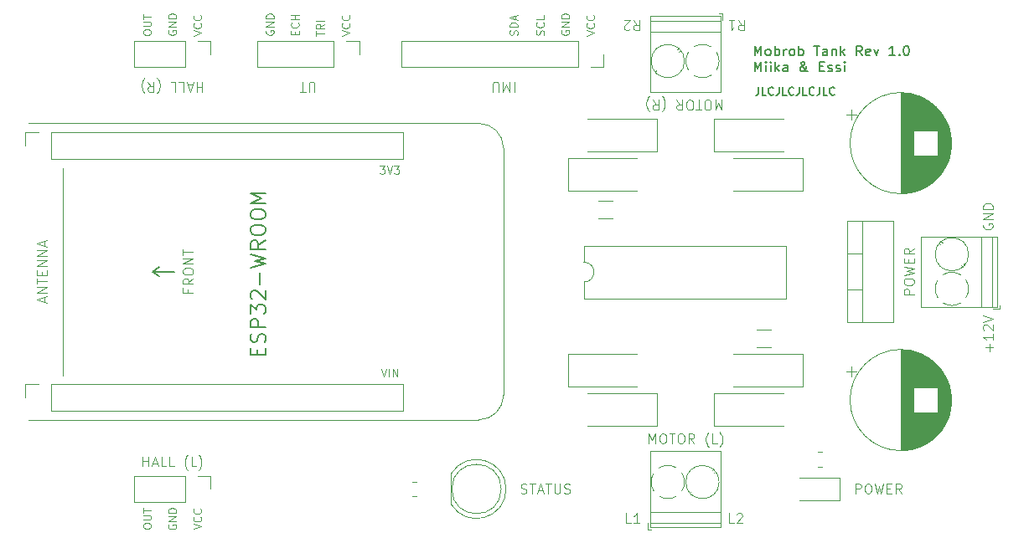
<source format=gbr>
%TF.GenerationSoftware,KiCad,Pcbnew,8.0.2*%
%TF.CreationDate,2024-05-31T22:22:53+03:00*%
%TF.ProjectId,mobrob,6d6f6272-6f62-42e6-9b69-6361645f7063,rev?*%
%TF.SameCoordinates,PX7bfa480PY6422c40*%
%TF.FileFunction,Legend,Top*%
%TF.FilePolarity,Positive*%
%FSLAX46Y46*%
G04 Gerber Fmt 4.6, Leading zero omitted, Abs format (unit mm)*
G04 Created by KiCad (PCBNEW 8.0.2) date 2024-05-31 22:22:53*
%MOMM*%
%LPD*%
G01*
G04 APERTURE LIST*
%ADD10C,0.200000*%
%ADD11C,0.100000*%
%ADD12C,0.080000*%
%ADD13C,0.187500*%
%ADD14C,0.150000*%
%ADD15C,0.120000*%
G04 APERTURE END LIST*
D10*
X13500000Y27000000D02*
X14250000Y27500000D01*
D11*
X49000000Y39500000D02*
X49000000Y14500000D01*
X4500000Y37500000D02*
X4500000Y16500000D01*
X49000000Y14500000D02*
G75*
G02*
X46500000Y12000000I-2500000J0D01*
G01*
D10*
X15750000Y27000000D02*
X13500000Y27000000D01*
D11*
X1000000Y42000000D02*
X39000000Y42000000D01*
X1000000Y12000000D02*
X39000000Y12000000D01*
X39000000Y42000000D02*
X46500000Y42000000D01*
X46500000Y42000000D02*
G75*
G02*
X49000000Y39500000I0J-2500000D01*
G01*
D10*
X14250000Y26500000D02*
X13500000Y27000000D01*
D11*
X46500000Y12000000D02*
X39000000Y12000000D01*
D12*
X50377840Y50955012D02*
X50415935Y51069298D01*
X50415935Y51069298D02*
X50415935Y51259774D01*
X50415935Y51259774D02*
X50377840Y51335965D01*
X50377840Y51335965D02*
X50339744Y51374060D01*
X50339744Y51374060D02*
X50263554Y51412155D01*
X50263554Y51412155D02*
X50187363Y51412155D01*
X50187363Y51412155D02*
X50111173Y51374060D01*
X50111173Y51374060D02*
X50073078Y51335965D01*
X50073078Y51335965D02*
X50034982Y51259774D01*
X50034982Y51259774D02*
X49996887Y51107393D01*
X49996887Y51107393D02*
X49958792Y51031203D01*
X49958792Y51031203D02*
X49920697Y50993108D01*
X49920697Y50993108D02*
X49844506Y50955012D01*
X49844506Y50955012D02*
X49768316Y50955012D01*
X49768316Y50955012D02*
X49692125Y50993108D01*
X49692125Y50993108D02*
X49654030Y51031203D01*
X49654030Y51031203D02*
X49615935Y51107393D01*
X49615935Y51107393D02*
X49615935Y51297870D01*
X49615935Y51297870D02*
X49654030Y51412155D01*
X50415935Y51755013D02*
X49615935Y51755013D01*
X49615935Y51755013D02*
X49615935Y51945489D01*
X49615935Y51945489D02*
X49654030Y52059775D01*
X49654030Y52059775D02*
X49730220Y52135965D01*
X49730220Y52135965D02*
X49806411Y52174060D01*
X49806411Y52174060D02*
X49958792Y52212156D01*
X49958792Y52212156D02*
X50073078Y52212156D01*
X50073078Y52212156D02*
X50225459Y52174060D01*
X50225459Y52174060D02*
X50301649Y52135965D01*
X50301649Y52135965D02*
X50377840Y52059775D01*
X50377840Y52059775D02*
X50415935Y51945489D01*
X50415935Y51945489D02*
X50415935Y51755013D01*
X50187363Y52516917D02*
X50187363Y52897870D01*
X50415935Y52440727D02*
X49615935Y52707394D01*
X49615935Y52707394D02*
X50415935Y52974060D01*
X57365935Y50878822D02*
X58165935Y51145489D01*
X58165935Y51145489D02*
X57365935Y51412155D01*
X58089744Y52135965D02*
X58127840Y52097869D01*
X58127840Y52097869D02*
X58165935Y51983584D01*
X58165935Y51983584D02*
X58165935Y51907393D01*
X58165935Y51907393D02*
X58127840Y51793107D01*
X58127840Y51793107D02*
X58051649Y51716917D01*
X58051649Y51716917D02*
X57975459Y51678822D01*
X57975459Y51678822D02*
X57823078Y51640726D01*
X57823078Y51640726D02*
X57708792Y51640726D01*
X57708792Y51640726D02*
X57556411Y51678822D01*
X57556411Y51678822D02*
X57480220Y51716917D01*
X57480220Y51716917D02*
X57404030Y51793107D01*
X57404030Y51793107D02*
X57365935Y51907393D01*
X57365935Y51907393D02*
X57365935Y51983584D01*
X57365935Y51983584D02*
X57404030Y52097869D01*
X57404030Y52097869D02*
X57442125Y52135965D01*
X58089744Y52935965D02*
X58127840Y52897869D01*
X58127840Y52897869D02*
X58165935Y52783584D01*
X58165935Y52783584D02*
X58165935Y52707393D01*
X58165935Y52707393D02*
X58127840Y52593107D01*
X58127840Y52593107D02*
X58051649Y52516917D01*
X58051649Y52516917D02*
X57975459Y52478822D01*
X57975459Y52478822D02*
X57823078Y52440726D01*
X57823078Y52440726D02*
X57708792Y52440726D01*
X57708792Y52440726D02*
X57556411Y52478822D01*
X57556411Y52478822D02*
X57480220Y52516917D01*
X57480220Y52516917D02*
X57404030Y52593107D01*
X57404030Y52593107D02*
X57365935Y52707393D01*
X57365935Y52707393D02*
X57365935Y52783584D01*
X57365935Y52783584D02*
X57404030Y52897869D01*
X57404030Y52897869D02*
X57442125Y52935965D01*
X15154030Y1390477D02*
X15115935Y1314287D01*
X15115935Y1314287D02*
X15115935Y1200001D01*
X15115935Y1200001D02*
X15154030Y1085715D01*
X15154030Y1085715D02*
X15230220Y1009525D01*
X15230220Y1009525D02*
X15306411Y971430D01*
X15306411Y971430D02*
X15458792Y933334D01*
X15458792Y933334D02*
X15573078Y933334D01*
X15573078Y933334D02*
X15725459Y971430D01*
X15725459Y971430D02*
X15801649Y1009525D01*
X15801649Y1009525D02*
X15877840Y1085715D01*
X15877840Y1085715D02*
X15915935Y1200001D01*
X15915935Y1200001D02*
X15915935Y1276192D01*
X15915935Y1276192D02*
X15877840Y1390477D01*
X15877840Y1390477D02*
X15839744Y1428573D01*
X15839744Y1428573D02*
X15573078Y1428573D01*
X15573078Y1428573D02*
X15573078Y1276192D01*
X15915935Y1771430D02*
X15115935Y1771430D01*
X15115935Y1771430D02*
X15915935Y2228573D01*
X15915935Y2228573D02*
X15115935Y2228573D01*
X15915935Y2609525D02*
X15115935Y2609525D01*
X15115935Y2609525D02*
X15115935Y2800001D01*
X15115935Y2800001D02*
X15154030Y2914287D01*
X15154030Y2914287D02*
X15230220Y2990477D01*
X15230220Y2990477D02*
X15306411Y3028572D01*
X15306411Y3028572D02*
X15458792Y3066668D01*
X15458792Y3066668D02*
X15573078Y3066668D01*
X15573078Y3066668D02*
X15725459Y3028572D01*
X15725459Y3028572D02*
X15801649Y2990477D01*
X15801649Y2990477D02*
X15877840Y2914287D01*
X15877840Y2914287D02*
X15915935Y2800001D01*
X15915935Y2800001D02*
X15915935Y2609525D01*
D11*
X71059523Y44372420D02*
X71059523Y43372420D01*
X71059523Y43372420D02*
X70726190Y44086705D01*
X70726190Y44086705D02*
X70392857Y43372420D01*
X70392857Y43372420D02*
X70392857Y44372420D01*
X69726190Y43372420D02*
X69535714Y43372420D01*
X69535714Y43372420D02*
X69440476Y43420039D01*
X69440476Y43420039D02*
X69345238Y43515277D01*
X69345238Y43515277D02*
X69297619Y43705753D01*
X69297619Y43705753D02*
X69297619Y44039086D01*
X69297619Y44039086D02*
X69345238Y44229562D01*
X69345238Y44229562D02*
X69440476Y44324800D01*
X69440476Y44324800D02*
X69535714Y44372420D01*
X69535714Y44372420D02*
X69726190Y44372420D01*
X69726190Y44372420D02*
X69821428Y44324800D01*
X69821428Y44324800D02*
X69916666Y44229562D01*
X69916666Y44229562D02*
X69964285Y44039086D01*
X69964285Y44039086D02*
X69964285Y43705753D01*
X69964285Y43705753D02*
X69916666Y43515277D01*
X69916666Y43515277D02*
X69821428Y43420039D01*
X69821428Y43420039D02*
X69726190Y43372420D01*
X69011904Y43372420D02*
X68440476Y43372420D01*
X68726190Y44372420D02*
X68726190Y43372420D01*
X67916666Y43372420D02*
X67726190Y43372420D01*
X67726190Y43372420D02*
X67630952Y43420039D01*
X67630952Y43420039D02*
X67535714Y43515277D01*
X67535714Y43515277D02*
X67488095Y43705753D01*
X67488095Y43705753D02*
X67488095Y44039086D01*
X67488095Y44039086D02*
X67535714Y44229562D01*
X67535714Y44229562D02*
X67630952Y44324800D01*
X67630952Y44324800D02*
X67726190Y44372420D01*
X67726190Y44372420D02*
X67916666Y44372420D01*
X67916666Y44372420D02*
X68011904Y44324800D01*
X68011904Y44324800D02*
X68107142Y44229562D01*
X68107142Y44229562D02*
X68154761Y44039086D01*
X68154761Y44039086D02*
X68154761Y43705753D01*
X68154761Y43705753D02*
X68107142Y43515277D01*
X68107142Y43515277D02*
X68011904Y43420039D01*
X68011904Y43420039D02*
X67916666Y43372420D01*
X66488095Y44372420D02*
X66821428Y43896229D01*
X67059523Y44372420D02*
X67059523Y43372420D01*
X67059523Y43372420D02*
X66678571Y43372420D01*
X66678571Y43372420D02*
X66583333Y43420039D01*
X66583333Y43420039D02*
X66535714Y43467658D01*
X66535714Y43467658D02*
X66488095Y43562896D01*
X66488095Y43562896D02*
X66488095Y43705753D01*
X66488095Y43705753D02*
X66535714Y43800991D01*
X66535714Y43800991D02*
X66583333Y43848610D01*
X66583333Y43848610D02*
X66678571Y43896229D01*
X66678571Y43896229D02*
X67059523Y43896229D01*
X65011904Y44753372D02*
X65059523Y44705753D01*
X65059523Y44705753D02*
X65154761Y44562896D01*
X65154761Y44562896D02*
X65202380Y44467658D01*
X65202380Y44467658D02*
X65249999Y44324800D01*
X65249999Y44324800D02*
X65297618Y44086705D01*
X65297618Y44086705D02*
X65297618Y43896229D01*
X65297618Y43896229D02*
X65249999Y43658134D01*
X65249999Y43658134D02*
X65202380Y43515277D01*
X65202380Y43515277D02*
X65154761Y43420039D01*
X65154761Y43420039D02*
X65059523Y43277181D01*
X65059523Y43277181D02*
X65011904Y43229562D01*
X64059523Y44372420D02*
X64392856Y43896229D01*
X64630951Y44372420D02*
X64630951Y43372420D01*
X64630951Y43372420D02*
X64249999Y43372420D01*
X64249999Y43372420D02*
X64154761Y43420039D01*
X64154761Y43420039D02*
X64107142Y43467658D01*
X64107142Y43467658D02*
X64059523Y43562896D01*
X64059523Y43562896D02*
X64059523Y43705753D01*
X64059523Y43705753D02*
X64107142Y43800991D01*
X64107142Y43800991D02*
X64154761Y43848610D01*
X64154761Y43848610D02*
X64249999Y43896229D01*
X64249999Y43896229D02*
X64630951Y43896229D01*
X63726189Y44753372D02*
X63678570Y44705753D01*
X63678570Y44705753D02*
X63583332Y44562896D01*
X63583332Y44562896D02*
X63535713Y44467658D01*
X63535713Y44467658D02*
X63488094Y44324800D01*
X63488094Y44324800D02*
X63440475Y44086705D01*
X63440475Y44086705D02*
X63440475Y43896229D01*
X63440475Y43896229D02*
X63488094Y43658134D01*
X63488094Y43658134D02*
X63535713Y43515277D01*
X63535713Y43515277D02*
X63583332Y43420039D01*
X63583332Y43420039D02*
X63678570Y43277181D01*
X63678570Y43277181D02*
X63726189Y43229562D01*
X90457419Y24690477D02*
X89457419Y24690477D01*
X89457419Y24690477D02*
X89457419Y25071429D01*
X89457419Y25071429D02*
X89505038Y25166667D01*
X89505038Y25166667D02*
X89552657Y25214286D01*
X89552657Y25214286D02*
X89647895Y25261905D01*
X89647895Y25261905D02*
X89790752Y25261905D01*
X89790752Y25261905D02*
X89885990Y25214286D01*
X89885990Y25214286D02*
X89933609Y25166667D01*
X89933609Y25166667D02*
X89981228Y25071429D01*
X89981228Y25071429D02*
X89981228Y24690477D01*
X89457419Y25880953D02*
X89457419Y26071429D01*
X89457419Y26071429D02*
X89505038Y26166667D01*
X89505038Y26166667D02*
X89600276Y26261905D01*
X89600276Y26261905D02*
X89790752Y26309524D01*
X89790752Y26309524D02*
X90124085Y26309524D01*
X90124085Y26309524D02*
X90314561Y26261905D01*
X90314561Y26261905D02*
X90409800Y26166667D01*
X90409800Y26166667D02*
X90457419Y26071429D01*
X90457419Y26071429D02*
X90457419Y25880953D01*
X90457419Y25880953D02*
X90409800Y25785715D01*
X90409800Y25785715D02*
X90314561Y25690477D01*
X90314561Y25690477D02*
X90124085Y25642858D01*
X90124085Y25642858D02*
X89790752Y25642858D01*
X89790752Y25642858D02*
X89600276Y25690477D01*
X89600276Y25690477D02*
X89505038Y25785715D01*
X89505038Y25785715D02*
X89457419Y25880953D01*
X89457419Y26642858D02*
X90457419Y26880953D01*
X90457419Y26880953D02*
X89743133Y27071429D01*
X89743133Y27071429D02*
X90457419Y27261905D01*
X90457419Y27261905D02*
X89457419Y27500000D01*
X89933609Y27880953D02*
X89933609Y28214286D01*
X90457419Y28357143D02*
X90457419Y27880953D01*
X90457419Y27880953D02*
X89457419Y27880953D01*
X89457419Y27880953D02*
X89457419Y28357143D01*
X90457419Y29357143D02*
X89981228Y29023810D01*
X90457419Y28785715D02*
X89457419Y28785715D01*
X89457419Y28785715D02*
X89457419Y29166667D01*
X89457419Y29166667D02*
X89505038Y29261905D01*
X89505038Y29261905D02*
X89552657Y29309524D01*
X89552657Y29309524D02*
X89647895Y29357143D01*
X89647895Y29357143D02*
X89790752Y29357143D01*
X89790752Y29357143D02*
X89885990Y29309524D01*
X89885990Y29309524D02*
X89933609Y29261905D01*
X89933609Y29261905D02*
X89981228Y29166667D01*
X89981228Y29166667D02*
X89981228Y28785715D01*
X62124687Y52457420D02*
X62458020Y51981229D01*
X62696115Y52457420D02*
X62696115Y51457420D01*
X62696115Y51457420D02*
X62315163Y51457420D01*
X62315163Y51457420D02*
X62219925Y51505039D01*
X62219925Y51505039D02*
X62172306Y51552658D01*
X62172306Y51552658D02*
X62124687Y51647896D01*
X62124687Y51647896D02*
X62124687Y51790753D01*
X62124687Y51790753D02*
X62172306Y51885991D01*
X62172306Y51885991D02*
X62219925Y51933610D01*
X62219925Y51933610D02*
X62315163Y51981229D01*
X62315163Y51981229D02*
X62696115Y51981229D01*
X61743734Y51552658D02*
X61696115Y51505039D01*
X61696115Y51505039D02*
X61600877Y51457420D01*
X61600877Y51457420D02*
X61362782Y51457420D01*
X61362782Y51457420D02*
X61267544Y51505039D01*
X61267544Y51505039D02*
X61219925Y51552658D01*
X61219925Y51552658D02*
X61172306Y51647896D01*
X61172306Y51647896D02*
X61172306Y51743134D01*
X61172306Y51743134D02*
X61219925Y51885991D01*
X61219925Y51885991D02*
X61791353Y52457420D01*
X61791353Y52457420D02*
X61172306Y52457420D01*
X84553884Y4542581D02*
X84553884Y5542581D01*
X84553884Y5542581D02*
X84934836Y5542581D01*
X84934836Y5542581D02*
X85030074Y5494962D01*
X85030074Y5494962D02*
X85077693Y5447343D01*
X85077693Y5447343D02*
X85125312Y5352105D01*
X85125312Y5352105D02*
X85125312Y5209248D01*
X85125312Y5209248D02*
X85077693Y5114010D01*
X85077693Y5114010D02*
X85030074Y5066391D01*
X85030074Y5066391D02*
X84934836Y5018772D01*
X84934836Y5018772D02*
X84553884Y5018772D01*
X85744360Y5542581D02*
X85934836Y5542581D01*
X85934836Y5542581D02*
X86030074Y5494962D01*
X86030074Y5494962D02*
X86125312Y5399724D01*
X86125312Y5399724D02*
X86172931Y5209248D01*
X86172931Y5209248D02*
X86172931Y4875915D01*
X86172931Y4875915D02*
X86125312Y4685439D01*
X86125312Y4685439D02*
X86030074Y4590200D01*
X86030074Y4590200D02*
X85934836Y4542581D01*
X85934836Y4542581D02*
X85744360Y4542581D01*
X85744360Y4542581D02*
X85649122Y4590200D01*
X85649122Y4590200D02*
X85553884Y4685439D01*
X85553884Y4685439D02*
X85506265Y4875915D01*
X85506265Y4875915D02*
X85506265Y5209248D01*
X85506265Y5209248D02*
X85553884Y5399724D01*
X85553884Y5399724D02*
X85649122Y5494962D01*
X85649122Y5494962D02*
X85744360Y5542581D01*
X86506265Y5542581D02*
X86744360Y4542581D01*
X86744360Y4542581D02*
X86934836Y5256867D01*
X86934836Y5256867D02*
X87125312Y4542581D01*
X87125312Y4542581D02*
X87363408Y5542581D01*
X87744360Y5066391D02*
X88077693Y5066391D01*
X88220550Y4542581D02*
X87744360Y4542581D01*
X87744360Y4542581D02*
X87744360Y5542581D01*
X87744360Y5542581D02*
X88220550Y5542581D01*
X89220550Y4542581D02*
X88887217Y5018772D01*
X88649122Y4542581D02*
X88649122Y5542581D01*
X88649122Y5542581D02*
X89030074Y5542581D01*
X89030074Y5542581D02*
X89125312Y5494962D01*
X89125312Y5494962D02*
X89172931Y5447343D01*
X89172931Y5447343D02*
X89220550Y5352105D01*
X89220550Y5352105D02*
X89220550Y5209248D01*
X89220550Y5209248D02*
X89172931Y5114010D01*
X89172931Y5114010D02*
X89125312Y5066391D01*
X89125312Y5066391D02*
X89030074Y5018772D01*
X89030074Y5018772D02*
X88649122Y5018772D01*
D12*
X17665935Y50878822D02*
X18465935Y51145489D01*
X18465935Y51145489D02*
X17665935Y51412155D01*
X18389744Y52135965D02*
X18427840Y52097869D01*
X18427840Y52097869D02*
X18465935Y51983584D01*
X18465935Y51983584D02*
X18465935Y51907393D01*
X18465935Y51907393D02*
X18427840Y51793107D01*
X18427840Y51793107D02*
X18351649Y51716917D01*
X18351649Y51716917D02*
X18275459Y51678822D01*
X18275459Y51678822D02*
X18123078Y51640726D01*
X18123078Y51640726D02*
X18008792Y51640726D01*
X18008792Y51640726D02*
X17856411Y51678822D01*
X17856411Y51678822D02*
X17780220Y51716917D01*
X17780220Y51716917D02*
X17704030Y51793107D01*
X17704030Y51793107D02*
X17665935Y51907393D01*
X17665935Y51907393D02*
X17665935Y51983584D01*
X17665935Y51983584D02*
X17704030Y52097869D01*
X17704030Y52097869D02*
X17742125Y52135965D01*
X18389744Y52935965D02*
X18427840Y52897869D01*
X18427840Y52897869D02*
X18465935Y52783584D01*
X18465935Y52783584D02*
X18465935Y52707393D01*
X18465935Y52707393D02*
X18427840Y52593107D01*
X18427840Y52593107D02*
X18351649Y52516917D01*
X18351649Y52516917D02*
X18275459Y52478822D01*
X18275459Y52478822D02*
X18123078Y52440726D01*
X18123078Y52440726D02*
X18008792Y52440726D01*
X18008792Y52440726D02*
X17856411Y52478822D01*
X17856411Y52478822D02*
X17780220Y52516917D01*
X17780220Y52516917D02*
X17704030Y52593107D01*
X17704030Y52593107D02*
X17665935Y52707393D01*
X17665935Y52707393D02*
X17665935Y52783584D01*
X17665935Y52783584D02*
X17704030Y52897869D01*
X17704030Y52897869D02*
X17742125Y52935965D01*
X53052840Y50955012D02*
X53090935Y51069298D01*
X53090935Y51069298D02*
X53090935Y51259774D01*
X53090935Y51259774D02*
X53052840Y51335965D01*
X53052840Y51335965D02*
X53014744Y51374060D01*
X53014744Y51374060D02*
X52938554Y51412155D01*
X52938554Y51412155D02*
X52862363Y51412155D01*
X52862363Y51412155D02*
X52786173Y51374060D01*
X52786173Y51374060D02*
X52748078Y51335965D01*
X52748078Y51335965D02*
X52709982Y51259774D01*
X52709982Y51259774D02*
X52671887Y51107393D01*
X52671887Y51107393D02*
X52633792Y51031203D01*
X52633792Y51031203D02*
X52595697Y50993108D01*
X52595697Y50993108D02*
X52519506Y50955012D01*
X52519506Y50955012D02*
X52443316Y50955012D01*
X52443316Y50955012D02*
X52367125Y50993108D01*
X52367125Y50993108D02*
X52329030Y51031203D01*
X52329030Y51031203D02*
X52290935Y51107393D01*
X52290935Y51107393D02*
X52290935Y51297870D01*
X52290935Y51297870D02*
X52329030Y51412155D01*
X53014744Y52212156D02*
X53052840Y52174060D01*
X53052840Y52174060D02*
X53090935Y52059775D01*
X53090935Y52059775D02*
X53090935Y51983584D01*
X53090935Y51983584D02*
X53052840Y51869298D01*
X53052840Y51869298D02*
X52976649Y51793108D01*
X52976649Y51793108D02*
X52900459Y51755013D01*
X52900459Y51755013D02*
X52748078Y51716917D01*
X52748078Y51716917D02*
X52633792Y51716917D01*
X52633792Y51716917D02*
X52481411Y51755013D01*
X52481411Y51755013D02*
X52405220Y51793108D01*
X52405220Y51793108D02*
X52329030Y51869298D01*
X52329030Y51869298D02*
X52290935Y51983584D01*
X52290935Y51983584D02*
X52290935Y52059775D01*
X52290935Y52059775D02*
X52329030Y52174060D01*
X52329030Y52174060D02*
X52367125Y52212156D01*
X53090935Y52935965D02*
X53090935Y52555013D01*
X53090935Y52555013D02*
X52290935Y52555013D01*
X17640935Y933334D02*
X18440935Y1200001D01*
X18440935Y1200001D02*
X17640935Y1466667D01*
X18364744Y2190477D02*
X18402840Y2152381D01*
X18402840Y2152381D02*
X18440935Y2038096D01*
X18440935Y2038096D02*
X18440935Y1961905D01*
X18440935Y1961905D02*
X18402840Y1847619D01*
X18402840Y1847619D02*
X18326649Y1771429D01*
X18326649Y1771429D02*
X18250459Y1733334D01*
X18250459Y1733334D02*
X18098078Y1695238D01*
X18098078Y1695238D02*
X17983792Y1695238D01*
X17983792Y1695238D02*
X17831411Y1733334D01*
X17831411Y1733334D02*
X17755220Y1771429D01*
X17755220Y1771429D02*
X17679030Y1847619D01*
X17679030Y1847619D02*
X17640935Y1961905D01*
X17640935Y1961905D02*
X17640935Y2038096D01*
X17640935Y2038096D02*
X17679030Y2152381D01*
X17679030Y2152381D02*
X17717125Y2190477D01*
X18364744Y2990477D02*
X18402840Y2952381D01*
X18402840Y2952381D02*
X18440935Y2838096D01*
X18440935Y2838096D02*
X18440935Y2761905D01*
X18440935Y2761905D02*
X18402840Y2647619D01*
X18402840Y2647619D02*
X18326649Y2571429D01*
X18326649Y2571429D02*
X18250459Y2533334D01*
X18250459Y2533334D02*
X18098078Y2495238D01*
X18098078Y2495238D02*
X17983792Y2495238D01*
X17983792Y2495238D02*
X17831411Y2533334D01*
X17831411Y2533334D02*
X17755220Y2571429D01*
X17755220Y2571429D02*
X17679030Y2647619D01*
X17679030Y2647619D02*
X17640935Y2761905D01*
X17640935Y2761905D02*
X17640935Y2838096D01*
X17640935Y2838096D02*
X17679030Y2952381D01*
X17679030Y2952381D02*
X17717125Y2990477D01*
D11*
X18571428Y46207420D02*
X18571428Y45207420D01*
X18571428Y45683610D02*
X18000000Y45683610D01*
X18000000Y46207420D02*
X18000000Y45207420D01*
X17571428Y45921705D02*
X17095238Y45921705D01*
X17666666Y46207420D02*
X17333333Y45207420D01*
X17333333Y45207420D02*
X17000000Y46207420D01*
X16190476Y46207420D02*
X16666666Y46207420D01*
X16666666Y46207420D02*
X16666666Y45207420D01*
X15380952Y46207420D02*
X15857142Y46207420D01*
X15857142Y46207420D02*
X15857142Y45207420D01*
X13999999Y46588372D02*
X14047618Y46540753D01*
X14047618Y46540753D02*
X14142856Y46397896D01*
X14142856Y46397896D02*
X14190475Y46302658D01*
X14190475Y46302658D02*
X14238094Y46159800D01*
X14238094Y46159800D02*
X14285713Y45921705D01*
X14285713Y45921705D02*
X14285713Y45731229D01*
X14285713Y45731229D02*
X14238094Y45493134D01*
X14238094Y45493134D02*
X14190475Y45350277D01*
X14190475Y45350277D02*
X14142856Y45255039D01*
X14142856Y45255039D02*
X14047618Y45112181D01*
X14047618Y45112181D02*
X13999999Y45064562D01*
X13047618Y46207420D02*
X13380951Y45731229D01*
X13619046Y46207420D02*
X13619046Y45207420D01*
X13619046Y45207420D02*
X13238094Y45207420D01*
X13238094Y45207420D02*
X13142856Y45255039D01*
X13142856Y45255039D02*
X13095237Y45302658D01*
X13095237Y45302658D02*
X13047618Y45397896D01*
X13047618Y45397896D02*
X13047618Y45540753D01*
X13047618Y45540753D02*
X13095237Y45635991D01*
X13095237Y45635991D02*
X13142856Y45683610D01*
X13142856Y45683610D02*
X13238094Y45731229D01*
X13238094Y45731229D02*
X13619046Y45731229D01*
X12714284Y46588372D02*
X12666665Y46540753D01*
X12666665Y46540753D02*
X12571427Y46397896D01*
X12571427Y46397896D02*
X12523808Y46302658D01*
X12523808Y46302658D02*
X12476189Y46159800D01*
X12476189Y46159800D02*
X12428570Y45921705D01*
X12428570Y45921705D02*
X12428570Y45731229D01*
X12428570Y45731229D02*
X12476189Y45493134D01*
X12476189Y45493134D02*
X12523808Y45350277D01*
X12523808Y45350277D02*
X12571427Y45255039D01*
X12571427Y45255039D02*
X12666665Y45112181D01*
X12666665Y45112181D02*
X12714284Y45064562D01*
D12*
X12590935Y51145489D02*
X12590935Y51297870D01*
X12590935Y51297870D02*
X12629030Y51374060D01*
X12629030Y51374060D02*
X12705220Y51450251D01*
X12705220Y51450251D02*
X12857601Y51488346D01*
X12857601Y51488346D02*
X13124268Y51488346D01*
X13124268Y51488346D02*
X13276649Y51450251D01*
X13276649Y51450251D02*
X13352840Y51374060D01*
X13352840Y51374060D02*
X13390935Y51297870D01*
X13390935Y51297870D02*
X13390935Y51145489D01*
X13390935Y51145489D02*
X13352840Y51069298D01*
X13352840Y51069298D02*
X13276649Y50993108D01*
X13276649Y50993108D02*
X13124268Y50955012D01*
X13124268Y50955012D02*
X12857601Y50955012D01*
X12857601Y50955012D02*
X12705220Y50993108D01*
X12705220Y50993108D02*
X12629030Y51069298D01*
X12629030Y51069298D02*
X12590935Y51145489D01*
X12590935Y51831203D02*
X13238554Y51831203D01*
X13238554Y51831203D02*
X13314744Y51869298D01*
X13314744Y51869298D02*
X13352840Y51907393D01*
X13352840Y51907393D02*
X13390935Y51983584D01*
X13390935Y51983584D02*
X13390935Y52135965D01*
X13390935Y52135965D02*
X13352840Y52212155D01*
X13352840Y52212155D02*
X13314744Y52250250D01*
X13314744Y52250250D02*
X13238554Y52288346D01*
X13238554Y52288346D02*
X12590935Y52288346D01*
X12590935Y52555012D02*
X12590935Y53012155D01*
X13390935Y52783583D02*
X12590935Y52783583D01*
D11*
X2586704Y23928572D02*
X2586704Y24404762D01*
X2872419Y23833334D02*
X1872419Y24166667D01*
X1872419Y24166667D02*
X2872419Y24500000D01*
X2872419Y24833334D02*
X1872419Y24833334D01*
X1872419Y24833334D02*
X2872419Y25404762D01*
X2872419Y25404762D02*
X1872419Y25404762D01*
X1872419Y25738096D02*
X1872419Y26309524D01*
X2872419Y26023810D02*
X1872419Y26023810D01*
X2348609Y26642858D02*
X2348609Y26976191D01*
X2872419Y27119048D02*
X2872419Y26642858D01*
X2872419Y26642858D02*
X1872419Y26642858D01*
X1872419Y26642858D02*
X1872419Y27119048D01*
X2872419Y27547620D02*
X1872419Y27547620D01*
X1872419Y27547620D02*
X2872419Y28119048D01*
X2872419Y28119048D02*
X1872419Y28119048D01*
X2872419Y28595239D02*
X1872419Y28595239D01*
X1872419Y28595239D02*
X2872419Y29166667D01*
X2872419Y29166667D02*
X1872419Y29166667D01*
X2586704Y29595239D02*
X2586704Y30071429D01*
X2872419Y29500001D02*
X1872419Y29833334D01*
X1872419Y29833334D02*
X2872419Y30166667D01*
X72280074Y1542581D02*
X71803884Y1542581D01*
X71803884Y1542581D02*
X71803884Y2542581D01*
X72565789Y2447343D02*
X72613408Y2494962D01*
X72613408Y2494962D02*
X72708646Y2542581D01*
X72708646Y2542581D02*
X72946741Y2542581D01*
X72946741Y2542581D02*
X73041979Y2494962D01*
X73041979Y2494962D02*
X73089598Y2447343D01*
X73089598Y2447343D02*
X73137217Y2352105D01*
X73137217Y2352105D02*
X73137217Y2256867D01*
X73137217Y2256867D02*
X73089598Y2114010D01*
X73089598Y2114010D02*
X72518170Y1542581D01*
X72518170Y1542581D02*
X73137217Y1542581D01*
X17098609Y25214286D02*
X17098609Y24880953D01*
X17622419Y24880953D02*
X16622419Y24880953D01*
X16622419Y24880953D02*
X16622419Y25357143D01*
X17622419Y26309524D02*
X17146228Y25976191D01*
X17622419Y25738096D02*
X16622419Y25738096D01*
X16622419Y25738096D02*
X16622419Y26119048D01*
X16622419Y26119048D02*
X16670038Y26214286D01*
X16670038Y26214286D02*
X16717657Y26261905D01*
X16717657Y26261905D02*
X16812895Y26309524D01*
X16812895Y26309524D02*
X16955752Y26309524D01*
X16955752Y26309524D02*
X17050990Y26261905D01*
X17050990Y26261905D02*
X17098609Y26214286D01*
X17098609Y26214286D02*
X17146228Y26119048D01*
X17146228Y26119048D02*
X17146228Y25738096D01*
X16622419Y26928572D02*
X16622419Y27119048D01*
X16622419Y27119048D02*
X16670038Y27214286D01*
X16670038Y27214286D02*
X16765276Y27309524D01*
X16765276Y27309524D02*
X16955752Y27357143D01*
X16955752Y27357143D02*
X17289085Y27357143D01*
X17289085Y27357143D02*
X17479561Y27309524D01*
X17479561Y27309524D02*
X17574800Y27214286D01*
X17574800Y27214286D02*
X17622419Y27119048D01*
X17622419Y27119048D02*
X17622419Y26928572D01*
X17622419Y26928572D02*
X17574800Y26833334D01*
X17574800Y26833334D02*
X17479561Y26738096D01*
X17479561Y26738096D02*
X17289085Y26690477D01*
X17289085Y26690477D02*
X16955752Y26690477D01*
X16955752Y26690477D02*
X16765276Y26738096D01*
X16765276Y26738096D02*
X16670038Y26833334D01*
X16670038Y26833334D02*
X16622419Y26928572D01*
X17622419Y27785715D02*
X16622419Y27785715D01*
X16622419Y27785715D02*
X17622419Y28357143D01*
X17622419Y28357143D02*
X16622419Y28357143D01*
X16622419Y28690477D02*
X16622419Y29261905D01*
X17622419Y28976191D02*
X16622419Y28976191D01*
X72708646Y52457420D02*
X73041979Y51981229D01*
X73280074Y52457420D02*
X73280074Y51457420D01*
X73280074Y51457420D02*
X72899122Y51457420D01*
X72899122Y51457420D02*
X72803884Y51505039D01*
X72803884Y51505039D02*
X72756265Y51552658D01*
X72756265Y51552658D02*
X72708646Y51647896D01*
X72708646Y51647896D02*
X72708646Y51790753D01*
X72708646Y51790753D02*
X72756265Y51885991D01*
X72756265Y51885991D02*
X72803884Y51933610D01*
X72803884Y51933610D02*
X72899122Y51981229D01*
X72899122Y51981229D02*
X73280074Y51981229D01*
X71756265Y52457420D02*
X72327693Y52457420D01*
X72041979Y52457420D02*
X72041979Y51457420D01*
X72041979Y51457420D02*
X72137217Y51600277D01*
X72137217Y51600277D02*
X72232455Y51695515D01*
X72232455Y51695515D02*
X72327693Y51743134D01*
D12*
X32665935Y50878822D02*
X33465935Y51145489D01*
X33465935Y51145489D02*
X32665935Y51412155D01*
X33389744Y52135965D02*
X33427840Y52097869D01*
X33427840Y52097869D02*
X33465935Y51983584D01*
X33465935Y51983584D02*
X33465935Y51907393D01*
X33465935Y51907393D02*
X33427840Y51793107D01*
X33427840Y51793107D02*
X33351649Y51716917D01*
X33351649Y51716917D02*
X33275459Y51678822D01*
X33275459Y51678822D02*
X33123078Y51640726D01*
X33123078Y51640726D02*
X33008792Y51640726D01*
X33008792Y51640726D02*
X32856411Y51678822D01*
X32856411Y51678822D02*
X32780220Y51716917D01*
X32780220Y51716917D02*
X32704030Y51793107D01*
X32704030Y51793107D02*
X32665935Y51907393D01*
X32665935Y51907393D02*
X32665935Y51983584D01*
X32665935Y51983584D02*
X32704030Y52097869D01*
X32704030Y52097869D02*
X32742125Y52135965D01*
X33389744Y52935965D02*
X33427840Y52897869D01*
X33427840Y52897869D02*
X33465935Y52783584D01*
X33465935Y52783584D02*
X33465935Y52707393D01*
X33465935Y52707393D02*
X33427840Y52593107D01*
X33427840Y52593107D02*
X33351649Y52516917D01*
X33351649Y52516917D02*
X33275459Y52478822D01*
X33275459Y52478822D02*
X33123078Y52440726D01*
X33123078Y52440726D02*
X33008792Y52440726D01*
X33008792Y52440726D02*
X32856411Y52478822D01*
X32856411Y52478822D02*
X32780220Y52516917D01*
X32780220Y52516917D02*
X32704030Y52593107D01*
X32704030Y52593107D02*
X32665935Y52707393D01*
X32665935Y52707393D02*
X32665935Y52783584D01*
X32665935Y52783584D02*
X32704030Y52897869D01*
X32704030Y52897869D02*
X32742125Y52935965D01*
X30065935Y50878822D02*
X30065935Y51335965D01*
X30865935Y51107393D02*
X30065935Y51107393D01*
X30865935Y52059775D02*
X30484982Y51793108D01*
X30865935Y51602632D02*
X30065935Y51602632D01*
X30065935Y51602632D02*
X30065935Y51907394D01*
X30065935Y51907394D02*
X30104030Y51983584D01*
X30104030Y51983584D02*
X30142125Y52021679D01*
X30142125Y52021679D02*
X30218316Y52059775D01*
X30218316Y52059775D02*
X30332601Y52059775D01*
X30332601Y52059775D02*
X30408792Y52021679D01*
X30408792Y52021679D02*
X30446887Y51983584D01*
X30446887Y51983584D02*
X30484982Y51907394D01*
X30484982Y51907394D02*
X30484982Y51602632D01*
X30865935Y52402632D02*
X30065935Y52402632D01*
X54854030Y51412155D02*
X54815935Y51335965D01*
X54815935Y51335965D02*
X54815935Y51221679D01*
X54815935Y51221679D02*
X54854030Y51107393D01*
X54854030Y51107393D02*
X54930220Y51031203D01*
X54930220Y51031203D02*
X55006411Y50993108D01*
X55006411Y50993108D02*
X55158792Y50955012D01*
X55158792Y50955012D02*
X55273078Y50955012D01*
X55273078Y50955012D02*
X55425459Y50993108D01*
X55425459Y50993108D02*
X55501649Y51031203D01*
X55501649Y51031203D02*
X55577840Y51107393D01*
X55577840Y51107393D02*
X55615935Y51221679D01*
X55615935Y51221679D02*
X55615935Y51297870D01*
X55615935Y51297870D02*
X55577840Y51412155D01*
X55577840Y51412155D02*
X55539744Y51450251D01*
X55539744Y51450251D02*
X55273078Y51450251D01*
X55273078Y51450251D02*
X55273078Y51297870D01*
X55615935Y51793108D02*
X54815935Y51793108D01*
X54815935Y51793108D02*
X55615935Y52250251D01*
X55615935Y52250251D02*
X54815935Y52250251D01*
X55615935Y52631203D02*
X54815935Y52631203D01*
X54815935Y52631203D02*
X54815935Y52821679D01*
X54815935Y52821679D02*
X54854030Y52935965D01*
X54854030Y52935965D02*
X54930220Y53012155D01*
X54930220Y53012155D02*
X55006411Y53050250D01*
X55006411Y53050250D02*
X55158792Y53088346D01*
X55158792Y53088346D02*
X55273078Y53088346D01*
X55273078Y53088346D02*
X55425459Y53050250D01*
X55425459Y53050250D02*
X55501649Y53012155D01*
X55501649Y53012155D02*
X55577840Y52935965D01*
X55577840Y52935965D02*
X55615935Y52821679D01*
X55615935Y52821679D02*
X55615935Y52631203D01*
D13*
X24148464Y18571429D02*
X24148464Y19071429D01*
X24934178Y19285715D02*
X24934178Y18571429D01*
X24934178Y18571429D02*
X23434178Y18571429D01*
X23434178Y18571429D02*
X23434178Y19285715D01*
X24862750Y19857144D02*
X24934178Y20071429D01*
X24934178Y20071429D02*
X24934178Y20428572D01*
X24934178Y20428572D02*
X24862750Y20571429D01*
X24862750Y20571429D02*
X24791321Y20642858D01*
X24791321Y20642858D02*
X24648464Y20714287D01*
X24648464Y20714287D02*
X24505607Y20714287D01*
X24505607Y20714287D02*
X24362750Y20642858D01*
X24362750Y20642858D02*
X24291321Y20571429D01*
X24291321Y20571429D02*
X24219892Y20428572D01*
X24219892Y20428572D02*
X24148464Y20142858D01*
X24148464Y20142858D02*
X24077035Y20000001D01*
X24077035Y20000001D02*
X24005607Y19928572D01*
X24005607Y19928572D02*
X23862750Y19857144D01*
X23862750Y19857144D02*
X23719892Y19857144D01*
X23719892Y19857144D02*
X23577035Y19928572D01*
X23577035Y19928572D02*
X23505607Y20000001D01*
X23505607Y20000001D02*
X23434178Y20142858D01*
X23434178Y20142858D02*
X23434178Y20500001D01*
X23434178Y20500001D02*
X23505607Y20714287D01*
X24934178Y21357143D02*
X23434178Y21357143D01*
X23434178Y21357143D02*
X23434178Y21928572D01*
X23434178Y21928572D02*
X23505607Y22071429D01*
X23505607Y22071429D02*
X23577035Y22142858D01*
X23577035Y22142858D02*
X23719892Y22214286D01*
X23719892Y22214286D02*
X23934178Y22214286D01*
X23934178Y22214286D02*
X24077035Y22142858D01*
X24077035Y22142858D02*
X24148464Y22071429D01*
X24148464Y22071429D02*
X24219892Y21928572D01*
X24219892Y21928572D02*
X24219892Y21357143D01*
X23434178Y22714286D02*
X23434178Y23642858D01*
X23434178Y23642858D02*
X24005607Y23142858D01*
X24005607Y23142858D02*
X24005607Y23357143D01*
X24005607Y23357143D02*
X24077035Y23500000D01*
X24077035Y23500000D02*
X24148464Y23571429D01*
X24148464Y23571429D02*
X24291321Y23642858D01*
X24291321Y23642858D02*
X24648464Y23642858D01*
X24648464Y23642858D02*
X24791321Y23571429D01*
X24791321Y23571429D02*
X24862750Y23500000D01*
X24862750Y23500000D02*
X24934178Y23357143D01*
X24934178Y23357143D02*
X24934178Y22928572D01*
X24934178Y22928572D02*
X24862750Y22785715D01*
X24862750Y22785715D02*
X24791321Y22714286D01*
X23577035Y24214286D02*
X23505607Y24285714D01*
X23505607Y24285714D02*
X23434178Y24428571D01*
X23434178Y24428571D02*
X23434178Y24785714D01*
X23434178Y24785714D02*
X23505607Y24928571D01*
X23505607Y24928571D02*
X23577035Y25000000D01*
X23577035Y25000000D02*
X23719892Y25071429D01*
X23719892Y25071429D02*
X23862750Y25071429D01*
X23862750Y25071429D02*
X24077035Y25000000D01*
X24077035Y25000000D02*
X24934178Y24142857D01*
X24934178Y24142857D02*
X24934178Y25071429D01*
X24362750Y25714285D02*
X24362750Y26857142D01*
X23434178Y27428571D02*
X24934178Y27785714D01*
X24934178Y27785714D02*
X23862750Y28071428D01*
X23862750Y28071428D02*
X24934178Y28357143D01*
X24934178Y28357143D02*
X23434178Y28714285D01*
X24934178Y30142857D02*
X24219892Y29642857D01*
X24934178Y29285714D02*
X23434178Y29285714D01*
X23434178Y29285714D02*
X23434178Y29857143D01*
X23434178Y29857143D02*
X23505607Y30000000D01*
X23505607Y30000000D02*
X23577035Y30071429D01*
X23577035Y30071429D02*
X23719892Y30142857D01*
X23719892Y30142857D02*
X23934178Y30142857D01*
X23934178Y30142857D02*
X24077035Y30071429D01*
X24077035Y30071429D02*
X24148464Y30000000D01*
X24148464Y30000000D02*
X24219892Y29857143D01*
X24219892Y29857143D02*
X24219892Y29285714D01*
X23434178Y31071429D02*
X23434178Y31357143D01*
X23434178Y31357143D02*
X23505607Y31500000D01*
X23505607Y31500000D02*
X23648464Y31642857D01*
X23648464Y31642857D02*
X23934178Y31714286D01*
X23934178Y31714286D02*
X24434178Y31714286D01*
X24434178Y31714286D02*
X24719892Y31642857D01*
X24719892Y31642857D02*
X24862750Y31500000D01*
X24862750Y31500000D02*
X24934178Y31357143D01*
X24934178Y31357143D02*
X24934178Y31071429D01*
X24934178Y31071429D02*
X24862750Y30928571D01*
X24862750Y30928571D02*
X24719892Y30785714D01*
X24719892Y30785714D02*
X24434178Y30714286D01*
X24434178Y30714286D02*
X23934178Y30714286D01*
X23934178Y30714286D02*
X23648464Y30785714D01*
X23648464Y30785714D02*
X23505607Y30928571D01*
X23505607Y30928571D02*
X23434178Y31071429D01*
X23434178Y32642858D02*
X23434178Y32928572D01*
X23434178Y32928572D02*
X23505607Y33071429D01*
X23505607Y33071429D02*
X23648464Y33214286D01*
X23648464Y33214286D02*
X23934178Y33285715D01*
X23934178Y33285715D02*
X24434178Y33285715D01*
X24434178Y33285715D02*
X24719892Y33214286D01*
X24719892Y33214286D02*
X24862750Y33071429D01*
X24862750Y33071429D02*
X24934178Y32928572D01*
X24934178Y32928572D02*
X24934178Y32642858D01*
X24934178Y32642858D02*
X24862750Y32500000D01*
X24862750Y32500000D02*
X24719892Y32357143D01*
X24719892Y32357143D02*
X24434178Y32285715D01*
X24434178Y32285715D02*
X23934178Y32285715D01*
X23934178Y32285715D02*
X23648464Y32357143D01*
X23648464Y32357143D02*
X23505607Y32500000D01*
X23505607Y32500000D02*
X23434178Y32642858D01*
X24934178Y33928572D02*
X23434178Y33928572D01*
X23434178Y33928572D02*
X24505607Y34428572D01*
X24505607Y34428572D02*
X23434178Y34928572D01*
X23434178Y34928572D02*
X24934178Y34928572D01*
D11*
X63685714Y9627581D02*
X63685714Y10627581D01*
X63685714Y10627581D02*
X64019047Y9913296D01*
X64019047Y9913296D02*
X64352380Y10627581D01*
X64352380Y10627581D02*
X64352380Y9627581D01*
X65019047Y10627581D02*
X65209523Y10627581D01*
X65209523Y10627581D02*
X65304761Y10579962D01*
X65304761Y10579962D02*
X65399999Y10484724D01*
X65399999Y10484724D02*
X65447618Y10294248D01*
X65447618Y10294248D02*
X65447618Y9960915D01*
X65447618Y9960915D02*
X65399999Y9770439D01*
X65399999Y9770439D02*
X65304761Y9675200D01*
X65304761Y9675200D02*
X65209523Y9627581D01*
X65209523Y9627581D02*
X65019047Y9627581D01*
X65019047Y9627581D02*
X64923809Y9675200D01*
X64923809Y9675200D02*
X64828571Y9770439D01*
X64828571Y9770439D02*
X64780952Y9960915D01*
X64780952Y9960915D02*
X64780952Y10294248D01*
X64780952Y10294248D02*
X64828571Y10484724D01*
X64828571Y10484724D02*
X64923809Y10579962D01*
X64923809Y10579962D02*
X65019047Y10627581D01*
X65733333Y10627581D02*
X66304761Y10627581D01*
X66019047Y9627581D02*
X66019047Y10627581D01*
X66828571Y10627581D02*
X67019047Y10627581D01*
X67019047Y10627581D02*
X67114285Y10579962D01*
X67114285Y10579962D02*
X67209523Y10484724D01*
X67209523Y10484724D02*
X67257142Y10294248D01*
X67257142Y10294248D02*
X67257142Y9960915D01*
X67257142Y9960915D02*
X67209523Y9770439D01*
X67209523Y9770439D02*
X67114285Y9675200D01*
X67114285Y9675200D02*
X67019047Y9627581D01*
X67019047Y9627581D02*
X66828571Y9627581D01*
X66828571Y9627581D02*
X66733333Y9675200D01*
X66733333Y9675200D02*
X66638095Y9770439D01*
X66638095Y9770439D02*
X66590476Y9960915D01*
X66590476Y9960915D02*
X66590476Y10294248D01*
X66590476Y10294248D02*
X66638095Y10484724D01*
X66638095Y10484724D02*
X66733333Y10579962D01*
X66733333Y10579962D02*
X66828571Y10627581D01*
X68257142Y9627581D02*
X67923809Y10103772D01*
X67685714Y9627581D02*
X67685714Y10627581D01*
X67685714Y10627581D02*
X68066666Y10627581D01*
X68066666Y10627581D02*
X68161904Y10579962D01*
X68161904Y10579962D02*
X68209523Y10532343D01*
X68209523Y10532343D02*
X68257142Y10437105D01*
X68257142Y10437105D02*
X68257142Y10294248D01*
X68257142Y10294248D02*
X68209523Y10199010D01*
X68209523Y10199010D02*
X68161904Y10151391D01*
X68161904Y10151391D02*
X68066666Y10103772D01*
X68066666Y10103772D02*
X67685714Y10103772D01*
X69733333Y9246629D02*
X69685714Y9294248D01*
X69685714Y9294248D02*
X69590476Y9437105D01*
X69590476Y9437105D02*
X69542857Y9532343D01*
X69542857Y9532343D02*
X69495238Y9675200D01*
X69495238Y9675200D02*
X69447619Y9913296D01*
X69447619Y9913296D02*
X69447619Y10103772D01*
X69447619Y10103772D02*
X69495238Y10341867D01*
X69495238Y10341867D02*
X69542857Y10484724D01*
X69542857Y10484724D02*
X69590476Y10579962D01*
X69590476Y10579962D02*
X69685714Y10722820D01*
X69685714Y10722820D02*
X69733333Y10770439D01*
X70590476Y9627581D02*
X70114286Y9627581D01*
X70114286Y9627581D02*
X70114286Y10627581D01*
X70828572Y9246629D02*
X70876191Y9294248D01*
X70876191Y9294248D02*
X70971429Y9437105D01*
X70971429Y9437105D02*
X71019048Y9532343D01*
X71019048Y9532343D02*
X71066667Y9675200D01*
X71066667Y9675200D02*
X71114286Y9913296D01*
X71114286Y9913296D02*
X71114286Y10103772D01*
X71114286Y10103772D02*
X71066667Y10341867D01*
X71066667Y10341867D02*
X71019048Y10484724D01*
X71019048Y10484724D02*
X70971429Y10579962D01*
X70971429Y10579962D02*
X70876191Y10722820D01*
X70876191Y10722820D02*
X70828572Y10770439D01*
X98076466Y18922307D02*
X98076466Y19684211D01*
X98457419Y19303259D02*
X97695514Y19303259D01*
X98457419Y20684211D02*
X98457419Y20112783D01*
X98457419Y20398497D02*
X97457419Y20398497D01*
X97457419Y20398497D02*
X97600276Y20303259D01*
X97600276Y20303259D02*
X97695514Y20208021D01*
X97695514Y20208021D02*
X97743133Y20112783D01*
X97552657Y21065164D02*
X97505038Y21112783D01*
X97505038Y21112783D02*
X97457419Y21208021D01*
X97457419Y21208021D02*
X97457419Y21446116D01*
X97457419Y21446116D02*
X97505038Y21541354D01*
X97505038Y21541354D02*
X97552657Y21588973D01*
X97552657Y21588973D02*
X97647895Y21636592D01*
X97647895Y21636592D02*
X97743133Y21636592D01*
X97743133Y21636592D02*
X97885990Y21588973D01*
X97885990Y21588973D02*
X98457419Y21017545D01*
X98457419Y21017545D02*
X98457419Y21636592D01*
X97457419Y21922307D02*
X98457419Y22255640D01*
X98457419Y22255640D02*
X97457419Y22588973D01*
D12*
X15154030Y51412155D02*
X15115935Y51335965D01*
X15115935Y51335965D02*
X15115935Y51221679D01*
X15115935Y51221679D02*
X15154030Y51107393D01*
X15154030Y51107393D02*
X15230220Y51031203D01*
X15230220Y51031203D02*
X15306411Y50993108D01*
X15306411Y50993108D02*
X15458792Y50955012D01*
X15458792Y50955012D02*
X15573078Y50955012D01*
X15573078Y50955012D02*
X15725459Y50993108D01*
X15725459Y50993108D02*
X15801649Y51031203D01*
X15801649Y51031203D02*
X15877840Y51107393D01*
X15877840Y51107393D02*
X15915935Y51221679D01*
X15915935Y51221679D02*
X15915935Y51297870D01*
X15915935Y51297870D02*
X15877840Y51412155D01*
X15877840Y51412155D02*
X15839744Y51450251D01*
X15839744Y51450251D02*
X15573078Y51450251D01*
X15573078Y51450251D02*
X15573078Y51297870D01*
X15915935Y51793108D02*
X15115935Y51793108D01*
X15115935Y51793108D02*
X15915935Y52250251D01*
X15915935Y52250251D02*
X15115935Y52250251D01*
X15915935Y52631203D02*
X15115935Y52631203D01*
X15115935Y52631203D02*
X15115935Y52821679D01*
X15115935Y52821679D02*
X15154030Y52935965D01*
X15154030Y52935965D02*
X15230220Y53012155D01*
X15230220Y53012155D02*
X15306411Y53050250D01*
X15306411Y53050250D02*
X15458792Y53088346D01*
X15458792Y53088346D02*
X15573078Y53088346D01*
X15573078Y53088346D02*
X15725459Y53050250D01*
X15725459Y53050250D02*
X15801649Y53012155D01*
X15801649Y53012155D02*
X15877840Y52935965D01*
X15877840Y52935965D02*
X15915935Y52821679D01*
X15915935Y52821679D02*
X15915935Y52631203D01*
X12565935Y1200001D02*
X12565935Y1352382D01*
X12565935Y1352382D02*
X12604030Y1428572D01*
X12604030Y1428572D02*
X12680220Y1504763D01*
X12680220Y1504763D02*
X12832601Y1542858D01*
X12832601Y1542858D02*
X13099268Y1542858D01*
X13099268Y1542858D02*
X13251649Y1504763D01*
X13251649Y1504763D02*
X13327840Y1428572D01*
X13327840Y1428572D02*
X13365935Y1352382D01*
X13365935Y1352382D02*
X13365935Y1200001D01*
X13365935Y1200001D02*
X13327840Y1123810D01*
X13327840Y1123810D02*
X13251649Y1047620D01*
X13251649Y1047620D02*
X13099268Y1009524D01*
X13099268Y1009524D02*
X12832601Y1009524D01*
X12832601Y1009524D02*
X12680220Y1047620D01*
X12680220Y1047620D02*
X12604030Y1123810D01*
X12604030Y1123810D02*
X12565935Y1200001D01*
X12565935Y1885715D02*
X13213554Y1885715D01*
X13213554Y1885715D02*
X13289744Y1923810D01*
X13289744Y1923810D02*
X13327840Y1961905D01*
X13327840Y1961905D02*
X13365935Y2038096D01*
X13365935Y2038096D02*
X13365935Y2190477D01*
X13365935Y2190477D02*
X13327840Y2266667D01*
X13327840Y2266667D02*
X13289744Y2304762D01*
X13289744Y2304762D02*
X13213554Y2342858D01*
X13213554Y2342858D02*
X12565935Y2342858D01*
X12565935Y2609524D02*
X12565935Y3066667D01*
X13365935Y2838095D02*
X12565935Y2838095D01*
D11*
X50095237Y46207420D02*
X50095237Y45207420D01*
X49619047Y46207420D02*
X49619047Y45207420D01*
X49619047Y45207420D02*
X49285714Y45921705D01*
X49285714Y45921705D02*
X48952381Y45207420D01*
X48952381Y45207420D02*
X48952381Y46207420D01*
X48476190Y45207420D02*
X48476190Y46016943D01*
X48476190Y46016943D02*
X48428571Y46112181D01*
X48428571Y46112181D02*
X48380952Y46159800D01*
X48380952Y46159800D02*
X48285714Y46207420D01*
X48285714Y46207420D02*
X48095238Y46207420D01*
X48095238Y46207420D02*
X48000000Y46159800D01*
X48000000Y46159800D02*
X47952381Y46112181D01*
X47952381Y46112181D02*
X47904762Y46016943D01*
X47904762Y46016943D02*
X47904762Y45207420D01*
D12*
X25029030Y51412155D02*
X24990935Y51335965D01*
X24990935Y51335965D02*
X24990935Y51221679D01*
X24990935Y51221679D02*
X25029030Y51107393D01*
X25029030Y51107393D02*
X25105220Y51031203D01*
X25105220Y51031203D02*
X25181411Y50993108D01*
X25181411Y50993108D02*
X25333792Y50955012D01*
X25333792Y50955012D02*
X25448078Y50955012D01*
X25448078Y50955012D02*
X25600459Y50993108D01*
X25600459Y50993108D02*
X25676649Y51031203D01*
X25676649Y51031203D02*
X25752840Y51107393D01*
X25752840Y51107393D02*
X25790935Y51221679D01*
X25790935Y51221679D02*
X25790935Y51297870D01*
X25790935Y51297870D02*
X25752840Y51412155D01*
X25752840Y51412155D02*
X25714744Y51450251D01*
X25714744Y51450251D02*
X25448078Y51450251D01*
X25448078Y51450251D02*
X25448078Y51297870D01*
X25790935Y51793108D02*
X24990935Y51793108D01*
X24990935Y51793108D02*
X25790935Y52250251D01*
X25790935Y52250251D02*
X24990935Y52250251D01*
X25790935Y52631203D02*
X24990935Y52631203D01*
X24990935Y52631203D02*
X24990935Y52821679D01*
X24990935Y52821679D02*
X25029030Y52935965D01*
X25029030Y52935965D02*
X25105220Y53012155D01*
X25105220Y53012155D02*
X25181411Y53050250D01*
X25181411Y53050250D02*
X25333792Y53088346D01*
X25333792Y53088346D02*
X25448078Y53088346D01*
X25448078Y53088346D02*
X25600459Y53050250D01*
X25600459Y53050250D02*
X25676649Y53012155D01*
X25676649Y53012155D02*
X25752840Y52935965D01*
X25752840Y52935965D02*
X25790935Y52821679D01*
X25790935Y52821679D02*
X25790935Y52631203D01*
D11*
X50756265Y4590200D02*
X50899122Y4542581D01*
X50899122Y4542581D02*
X51137217Y4542581D01*
X51137217Y4542581D02*
X51232455Y4590200D01*
X51232455Y4590200D02*
X51280074Y4637820D01*
X51280074Y4637820D02*
X51327693Y4733058D01*
X51327693Y4733058D02*
X51327693Y4828296D01*
X51327693Y4828296D02*
X51280074Y4923534D01*
X51280074Y4923534D02*
X51232455Y4971153D01*
X51232455Y4971153D02*
X51137217Y5018772D01*
X51137217Y5018772D02*
X50946741Y5066391D01*
X50946741Y5066391D02*
X50851503Y5114010D01*
X50851503Y5114010D02*
X50803884Y5161629D01*
X50803884Y5161629D02*
X50756265Y5256867D01*
X50756265Y5256867D02*
X50756265Y5352105D01*
X50756265Y5352105D02*
X50803884Y5447343D01*
X50803884Y5447343D02*
X50851503Y5494962D01*
X50851503Y5494962D02*
X50946741Y5542581D01*
X50946741Y5542581D02*
X51184836Y5542581D01*
X51184836Y5542581D02*
X51327693Y5494962D01*
X51613408Y5542581D02*
X52184836Y5542581D01*
X51899122Y4542581D02*
X51899122Y5542581D01*
X52470551Y4828296D02*
X52946741Y4828296D01*
X52375313Y4542581D02*
X52708646Y5542581D01*
X52708646Y5542581D02*
X53041979Y4542581D01*
X53232456Y5542581D02*
X53803884Y5542581D01*
X53518170Y4542581D02*
X53518170Y5542581D01*
X54137218Y5542581D02*
X54137218Y4733058D01*
X54137218Y4733058D02*
X54184837Y4637820D01*
X54184837Y4637820D02*
X54232456Y4590200D01*
X54232456Y4590200D02*
X54327694Y4542581D01*
X54327694Y4542581D02*
X54518170Y4542581D01*
X54518170Y4542581D02*
X54613408Y4590200D01*
X54613408Y4590200D02*
X54661027Y4637820D01*
X54661027Y4637820D02*
X54708646Y4733058D01*
X54708646Y4733058D02*
X54708646Y5542581D01*
X55137218Y4590200D02*
X55280075Y4542581D01*
X55280075Y4542581D02*
X55518170Y4542581D01*
X55518170Y4542581D02*
X55613408Y4590200D01*
X55613408Y4590200D02*
X55661027Y4637820D01*
X55661027Y4637820D02*
X55708646Y4733058D01*
X55708646Y4733058D02*
X55708646Y4828296D01*
X55708646Y4828296D02*
X55661027Y4923534D01*
X55661027Y4923534D02*
X55613408Y4971153D01*
X55613408Y4971153D02*
X55518170Y5018772D01*
X55518170Y5018772D02*
X55327694Y5066391D01*
X55327694Y5066391D02*
X55232456Y5114010D01*
X55232456Y5114010D02*
X55184837Y5161629D01*
X55184837Y5161629D02*
X55137218Y5256867D01*
X55137218Y5256867D02*
X55137218Y5352105D01*
X55137218Y5352105D02*
X55184837Y5447343D01*
X55184837Y5447343D02*
X55232456Y5494962D01*
X55232456Y5494962D02*
X55327694Y5542581D01*
X55327694Y5542581D02*
X55565789Y5542581D01*
X55565789Y5542581D02*
X55708646Y5494962D01*
X29916666Y45207420D02*
X29916666Y46016943D01*
X29916666Y46016943D02*
X29869047Y46112181D01*
X29869047Y46112181D02*
X29821428Y46159800D01*
X29821428Y46159800D02*
X29726190Y46207420D01*
X29726190Y46207420D02*
X29535714Y46207420D01*
X29535714Y46207420D02*
X29440476Y46159800D01*
X29440476Y46159800D02*
X29392857Y46112181D01*
X29392857Y46112181D02*
X29345238Y46016943D01*
X29345238Y46016943D02*
X29345238Y45207420D01*
X29011904Y45207420D02*
X28440476Y45207420D01*
X28726190Y46207420D02*
X28726190Y45207420D01*
X61886591Y1542581D02*
X61410401Y1542581D01*
X61410401Y1542581D02*
X61410401Y2542581D01*
X62743734Y1542581D02*
X62172306Y1542581D01*
X62458020Y1542581D02*
X62458020Y2542581D01*
X62458020Y2542581D02*
X62362782Y2399724D01*
X62362782Y2399724D02*
X62267544Y2304486D01*
X62267544Y2304486D02*
X62172306Y2256867D01*
D10*
X74369673Y48852753D02*
X74369673Y49852753D01*
X74369673Y49852753D02*
X74703006Y49138468D01*
X74703006Y49138468D02*
X75036339Y49852753D01*
X75036339Y49852753D02*
X75036339Y48852753D01*
X75655387Y48852753D02*
X75560149Y48900372D01*
X75560149Y48900372D02*
X75512530Y48947992D01*
X75512530Y48947992D02*
X75464911Y49043230D01*
X75464911Y49043230D02*
X75464911Y49328944D01*
X75464911Y49328944D02*
X75512530Y49424182D01*
X75512530Y49424182D02*
X75560149Y49471801D01*
X75560149Y49471801D02*
X75655387Y49519420D01*
X75655387Y49519420D02*
X75798244Y49519420D01*
X75798244Y49519420D02*
X75893482Y49471801D01*
X75893482Y49471801D02*
X75941101Y49424182D01*
X75941101Y49424182D02*
X75988720Y49328944D01*
X75988720Y49328944D02*
X75988720Y49043230D01*
X75988720Y49043230D02*
X75941101Y48947992D01*
X75941101Y48947992D02*
X75893482Y48900372D01*
X75893482Y48900372D02*
X75798244Y48852753D01*
X75798244Y48852753D02*
X75655387Y48852753D01*
X76417292Y48852753D02*
X76417292Y49852753D01*
X76417292Y49471801D02*
X76512530Y49519420D01*
X76512530Y49519420D02*
X76703006Y49519420D01*
X76703006Y49519420D02*
X76798244Y49471801D01*
X76798244Y49471801D02*
X76845863Y49424182D01*
X76845863Y49424182D02*
X76893482Y49328944D01*
X76893482Y49328944D02*
X76893482Y49043230D01*
X76893482Y49043230D02*
X76845863Y48947992D01*
X76845863Y48947992D02*
X76798244Y48900372D01*
X76798244Y48900372D02*
X76703006Y48852753D01*
X76703006Y48852753D02*
X76512530Y48852753D01*
X76512530Y48852753D02*
X76417292Y48900372D01*
X77322054Y48852753D02*
X77322054Y49519420D01*
X77322054Y49328944D02*
X77369673Y49424182D01*
X77369673Y49424182D02*
X77417292Y49471801D01*
X77417292Y49471801D02*
X77512530Y49519420D01*
X77512530Y49519420D02*
X77607768Y49519420D01*
X78083959Y48852753D02*
X77988721Y48900372D01*
X77988721Y48900372D02*
X77941102Y48947992D01*
X77941102Y48947992D02*
X77893483Y49043230D01*
X77893483Y49043230D02*
X77893483Y49328944D01*
X77893483Y49328944D02*
X77941102Y49424182D01*
X77941102Y49424182D02*
X77988721Y49471801D01*
X77988721Y49471801D02*
X78083959Y49519420D01*
X78083959Y49519420D02*
X78226816Y49519420D01*
X78226816Y49519420D02*
X78322054Y49471801D01*
X78322054Y49471801D02*
X78369673Y49424182D01*
X78369673Y49424182D02*
X78417292Y49328944D01*
X78417292Y49328944D02*
X78417292Y49043230D01*
X78417292Y49043230D02*
X78369673Y48947992D01*
X78369673Y48947992D02*
X78322054Y48900372D01*
X78322054Y48900372D02*
X78226816Y48852753D01*
X78226816Y48852753D02*
X78083959Y48852753D01*
X78845864Y48852753D02*
X78845864Y49852753D01*
X78845864Y49471801D02*
X78941102Y49519420D01*
X78941102Y49519420D02*
X79131578Y49519420D01*
X79131578Y49519420D02*
X79226816Y49471801D01*
X79226816Y49471801D02*
X79274435Y49424182D01*
X79274435Y49424182D02*
X79322054Y49328944D01*
X79322054Y49328944D02*
X79322054Y49043230D01*
X79322054Y49043230D02*
X79274435Y48947992D01*
X79274435Y48947992D02*
X79226816Y48900372D01*
X79226816Y48900372D02*
X79131578Y48852753D01*
X79131578Y48852753D02*
X78941102Y48852753D01*
X78941102Y48852753D02*
X78845864Y48900372D01*
X80369674Y49852753D02*
X80941102Y49852753D01*
X80655388Y48852753D02*
X80655388Y49852753D01*
X81703007Y48852753D02*
X81703007Y49376563D01*
X81703007Y49376563D02*
X81655388Y49471801D01*
X81655388Y49471801D02*
X81560150Y49519420D01*
X81560150Y49519420D02*
X81369674Y49519420D01*
X81369674Y49519420D02*
X81274436Y49471801D01*
X81703007Y48900372D02*
X81607769Y48852753D01*
X81607769Y48852753D02*
X81369674Y48852753D01*
X81369674Y48852753D02*
X81274436Y48900372D01*
X81274436Y48900372D02*
X81226817Y48995611D01*
X81226817Y48995611D02*
X81226817Y49090849D01*
X81226817Y49090849D02*
X81274436Y49186087D01*
X81274436Y49186087D02*
X81369674Y49233706D01*
X81369674Y49233706D02*
X81607769Y49233706D01*
X81607769Y49233706D02*
X81703007Y49281325D01*
X82179198Y49519420D02*
X82179198Y48852753D01*
X82179198Y49424182D02*
X82226817Y49471801D01*
X82226817Y49471801D02*
X82322055Y49519420D01*
X82322055Y49519420D02*
X82464912Y49519420D01*
X82464912Y49519420D02*
X82560150Y49471801D01*
X82560150Y49471801D02*
X82607769Y49376563D01*
X82607769Y49376563D02*
X82607769Y48852753D01*
X83083960Y48852753D02*
X83083960Y49852753D01*
X83179198Y49233706D02*
X83464912Y48852753D01*
X83464912Y49519420D02*
X83083960Y49138468D01*
X85226817Y48852753D02*
X84893484Y49328944D01*
X84655389Y48852753D02*
X84655389Y49852753D01*
X84655389Y49852753D02*
X85036341Y49852753D01*
X85036341Y49852753D02*
X85131579Y49805134D01*
X85131579Y49805134D02*
X85179198Y49757515D01*
X85179198Y49757515D02*
X85226817Y49662277D01*
X85226817Y49662277D02*
X85226817Y49519420D01*
X85226817Y49519420D02*
X85179198Y49424182D01*
X85179198Y49424182D02*
X85131579Y49376563D01*
X85131579Y49376563D02*
X85036341Y49328944D01*
X85036341Y49328944D02*
X84655389Y49328944D01*
X86036341Y48900372D02*
X85941103Y48852753D01*
X85941103Y48852753D02*
X85750627Y48852753D01*
X85750627Y48852753D02*
X85655389Y48900372D01*
X85655389Y48900372D02*
X85607770Y48995611D01*
X85607770Y48995611D02*
X85607770Y49376563D01*
X85607770Y49376563D02*
X85655389Y49471801D01*
X85655389Y49471801D02*
X85750627Y49519420D01*
X85750627Y49519420D02*
X85941103Y49519420D01*
X85941103Y49519420D02*
X86036341Y49471801D01*
X86036341Y49471801D02*
X86083960Y49376563D01*
X86083960Y49376563D02*
X86083960Y49281325D01*
X86083960Y49281325D02*
X85607770Y49186087D01*
X86417294Y49519420D02*
X86655389Y48852753D01*
X86655389Y48852753D02*
X86893484Y49519420D01*
X88560151Y48852753D02*
X87988723Y48852753D01*
X88274437Y48852753D02*
X88274437Y49852753D01*
X88274437Y49852753D02*
X88179199Y49709896D01*
X88179199Y49709896D02*
X88083961Y49614658D01*
X88083961Y49614658D02*
X87988723Y49567039D01*
X88988723Y48947992D02*
X89036342Y48900372D01*
X89036342Y48900372D02*
X88988723Y48852753D01*
X88988723Y48852753D02*
X88941104Y48900372D01*
X88941104Y48900372D02*
X88988723Y48947992D01*
X88988723Y48947992D02*
X88988723Y48852753D01*
X89655389Y49852753D02*
X89750627Y49852753D01*
X89750627Y49852753D02*
X89845865Y49805134D01*
X89845865Y49805134D02*
X89893484Y49757515D01*
X89893484Y49757515D02*
X89941103Y49662277D01*
X89941103Y49662277D02*
X89988722Y49471801D01*
X89988722Y49471801D02*
X89988722Y49233706D01*
X89988722Y49233706D02*
X89941103Y49043230D01*
X89941103Y49043230D02*
X89893484Y48947992D01*
X89893484Y48947992D02*
X89845865Y48900372D01*
X89845865Y48900372D02*
X89750627Y48852753D01*
X89750627Y48852753D02*
X89655389Y48852753D01*
X89655389Y48852753D02*
X89560151Y48900372D01*
X89560151Y48900372D02*
X89512532Y48947992D01*
X89512532Y48947992D02*
X89464913Y49043230D01*
X89464913Y49043230D02*
X89417294Y49233706D01*
X89417294Y49233706D02*
X89417294Y49471801D01*
X89417294Y49471801D02*
X89464913Y49662277D01*
X89464913Y49662277D02*
X89512532Y49757515D01*
X89512532Y49757515D02*
X89560151Y49805134D01*
X89560151Y49805134D02*
X89655389Y49852753D01*
X74369673Y47242809D02*
X74369673Y48242809D01*
X74369673Y48242809D02*
X74703006Y47528524D01*
X74703006Y47528524D02*
X75036339Y48242809D01*
X75036339Y48242809D02*
X75036339Y47242809D01*
X75512530Y47242809D02*
X75512530Y47909476D01*
X75512530Y48242809D02*
X75464911Y48195190D01*
X75464911Y48195190D02*
X75512530Y48147571D01*
X75512530Y48147571D02*
X75560149Y48195190D01*
X75560149Y48195190D02*
X75512530Y48242809D01*
X75512530Y48242809D02*
X75512530Y48147571D01*
X75988720Y47242809D02*
X75988720Y47909476D01*
X75988720Y48242809D02*
X75941101Y48195190D01*
X75941101Y48195190D02*
X75988720Y48147571D01*
X75988720Y48147571D02*
X76036339Y48195190D01*
X76036339Y48195190D02*
X75988720Y48242809D01*
X75988720Y48242809D02*
X75988720Y48147571D01*
X76464910Y47242809D02*
X76464910Y48242809D01*
X76560148Y47623762D02*
X76845862Y47242809D01*
X76845862Y47909476D02*
X76464910Y47528524D01*
X77703005Y47242809D02*
X77703005Y47766619D01*
X77703005Y47766619D02*
X77655386Y47861857D01*
X77655386Y47861857D02*
X77560148Y47909476D01*
X77560148Y47909476D02*
X77369672Y47909476D01*
X77369672Y47909476D02*
X77274434Y47861857D01*
X77703005Y47290428D02*
X77607767Y47242809D01*
X77607767Y47242809D02*
X77369672Y47242809D01*
X77369672Y47242809D02*
X77274434Y47290428D01*
X77274434Y47290428D02*
X77226815Y47385667D01*
X77226815Y47385667D02*
X77226815Y47480905D01*
X77226815Y47480905D02*
X77274434Y47576143D01*
X77274434Y47576143D02*
X77369672Y47623762D01*
X77369672Y47623762D02*
X77607767Y47623762D01*
X77607767Y47623762D02*
X77703005Y47671381D01*
X79750625Y47242809D02*
X79703006Y47242809D01*
X79703006Y47242809D02*
X79607767Y47290428D01*
X79607767Y47290428D02*
X79464910Y47433286D01*
X79464910Y47433286D02*
X79226815Y47719000D01*
X79226815Y47719000D02*
X79131577Y47861857D01*
X79131577Y47861857D02*
X79083958Y48004714D01*
X79083958Y48004714D02*
X79083958Y48099952D01*
X79083958Y48099952D02*
X79131577Y48195190D01*
X79131577Y48195190D02*
X79226815Y48242809D01*
X79226815Y48242809D02*
X79274434Y48242809D01*
X79274434Y48242809D02*
X79369672Y48195190D01*
X79369672Y48195190D02*
X79417291Y48099952D01*
X79417291Y48099952D02*
X79417291Y48052333D01*
X79417291Y48052333D02*
X79369672Y47957095D01*
X79369672Y47957095D02*
X79322053Y47909476D01*
X79322053Y47909476D02*
X79036339Y47719000D01*
X79036339Y47719000D02*
X78988720Y47671381D01*
X78988720Y47671381D02*
X78941101Y47576143D01*
X78941101Y47576143D02*
X78941101Y47433286D01*
X78941101Y47433286D02*
X78988720Y47338048D01*
X78988720Y47338048D02*
X79036339Y47290428D01*
X79036339Y47290428D02*
X79131577Y47242809D01*
X79131577Y47242809D02*
X79274434Y47242809D01*
X79274434Y47242809D02*
X79369672Y47290428D01*
X79369672Y47290428D02*
X79417291Y47338048D01*
X79417291Y47338048D02*
X79560148Y47528524D01*
X79560148Y47528524D02*
X79607767Y47671381D01*
X79607767Y47671381D02*
X79607767Y47766619D01*
X80941101Y47766619D02*
X81274434Y47766619D01*
X81417291Y47242809D02*
X80941101Y47242809D01*
X80941101Y47242809D02*
X80941101Y48242809D01*
X80941101Y48242809D02*
X81417291Y48242809D01*
X81798244Y47290428D02*
X81893482Y47242809D01*
X81893482Y47242809D02*
X82083958Y47242809D01*
X82083958Y47242809D02*
X82179196Y47290428D01*
X82179196Y47290428D02*
X82226815Y47385667D01*
X82226815Y47385667D02*
X82226815Y47433286D01*
X82226815Y47433286D02*
X82179196Y47528524D01*
X82179196Y47528524D02*
X82083958Y47576143D01*
X82083958Y47576143D02*
X81941101Y47576143D01*
X81941101Y47576143D02*
X81845863Y47623762D01*
X81845863Y47623762D02*
X81798244Y47719000D01*
X81798244Y47719000D02*
X81798244Y47766619D01*
X81798244Y47766619D02*
X81845863Y47861857D01*
X81845863Y47861857D02*
X81941101Y47909476D01*
X81941101Y47909476D02*
X82083958Y47909476D01*
X82083958Y47909476D02*
X82179196Y47861857D01*
X82607768Y47290428D02*
X82703006Y47242809D01*
X82703006Y47242809D02*
X82893482Y47242809D01*
X82893482Y47242809D02*
X82988720Y47290428D01*
X82988720Y47290428D02*
X83036339Y47385667D01*
X83036339Y47385667D02*
X83036339Y47433286D01*
X83036339Y47433286D02*
X82988720Y47528524D01*
X82988720Y47528524D02*
X82893482Y47576143D01*
X82893482Y47576143D02*
X82750625Y47576143D01*
X82750625Y47576143D02*
X82655387Y47623762D01*
X82655387Y47623762D02*
X82607768Y47719000D01*
X82607768Y47719000D02*
X82607768Y47766619D01*
X82607768Y47766619D02*
X82655387Y47861857D01*
X82655387Y47861857D02*
X82750625Y47909476D01*
X82750625Y47909476D02*
X82893482Y47909476D01*
X82893482Y47909476D02*
X82988720Y47861857D01*
X83464911Y47242809D02*
X83464911Y47909476D01*
X83464911Y48242809D02*
X83417292Y48195190D01*
X83417292Y48195190D02*
X83464911Y48147571D01*
X83464911Y48147571D02*
X83512530Y48195190D01*
X83512530Y48195190D02*
X83464911Y48242809D01*
X83464911Y48242809D02*
X83464911Y48147571D01*
D12*
X27896887Y50993108D02*
X27896887Y51259774D01*
X28315935Y51374060D02*
X28315935Y50993108D01*
X28315935Y50993108D02*
X27515935Y50993108D01*
X27515935Y50993108D02*
X27515935Y51374060D01*
X28239744Y52174061D02*
X28277840Y52135965D01*
X28277840Y52135965D02*
X28315935Y52021680D01*
X28315935Y52021680D02*
X28315935Y51945489D01*
X28315935Y51945489D02*
X28277840Y51831203D01*
X28277840Y51831203D02*
X28201649Y51755013D01*
X28201649Y51755013D02*
X28125459Y51716918D01*
X28125459Y51716918D02*
X27973078Y51678822D01*
X27973078Y51678822D02*
X27858792Y51678822D01*
X27858792Y51678822D02*
X27706411Y51716918D01*
X27706411Y51716918D02*
X27630220Y51755013D01*
X27630220Y51755013D02*
X27554030Y51831203D01*
X27554030Y51831203D02*
X27515935Y51945489D01*
X27515935Y51945489D02*
X27515935Y52021680D01*
X27515935Y52021680D02*
X27554030Y52135965D01*
X27554030Y52135965D02*
X27592125Y52174061D01*
X28315935Y52516918D02*
X27515935Y52516918D01*
X27896887Y52516918D02*
X27896887Y52974061D01*
X28315935Y52974061D02*
X27515935Y52974061D01*
X36509523Y37684065D02*
X37004761Y37684065D01*
X37004761Y37684065D02*
X36738095Y37379303D01*
X36738095Y37379303D02*
X36852380Y37379303D01*
X36852380Y37379303D02*
X36928571Y37341208D01*
X36928571Y37341208D02*
X36966666Y37303113D01*
X36966666Y37303113D02*
X37004761Y37226922D01*
X37004761Y37226922D02*
X37004761Y37036446D01*
X37004761Y37036446D02*
X36966666Y36960256D01*
X36966666Y36960256D02*
X36928571Y36922160D01*
X36928571Y36922160D02*
X36852380Y36884065D01*
X36852380Y36884065D02*
X36623809Y36884065D01*
X36623809Y36884065D02*
X36547618Y36922160D01*
X36547618Y36922160D02*
X36509523Y36960256D01*
X37233333Y37684065D02*
X37500000Y36884065D01*
X37500000Y36884065D02*
X37766666Y37684065D01*
X37957142Y37684065D02*
X38452380Y37684065D01*
X38452380Y37684065D02*
X38185714Y37379303D01*
X38185714Y37379303D02*
X38299999Y37379303D01*
X38299999Y37379303D02*
X38376190Y37341208D01*
X38376190Y37341208D02*
X38414285Y37303113D01*
X38414285Y37303113D02*
X38452380Y37226922D01*
X38452380Y37226922D02*
X38452380Y37036446D01*
X38452380Y37036446D02*
X38414285Y36960256D01*
X38414285Y36960256D02*
X38376190Y36922160D01*
X38376190Y36922160D02*
X38299999Y36884065D01*
X38299999Y36884065D02*
X38071428Y36884065D01*
X38071428Y36884065D02*
X37995237Y36922160D01*
X37995237Y36922160D02*
X37957142Y36960256D01*
D11*
X12523809Y7292581D02*
X12523809Y8292581D01*
X12523809Y7816391D02*
X13095237Y7816391D01*
X13095237Y7292581D02*
X13095237Y8292581D01*
X13523809Y7578296D02*
X13999999Y7578296D01*
X13428571Y7292581D02*
X13761904Y8292581D01*
X13761904Y8292581D02*
X14095237Y7292581D01*
X14904761Y7292581D02*
X14428571Y7292581D01*
X14428571Y7292581D02*
X14428571Y8292581D01*
X15714285Y7292581D02*
X15238095Y7292581D01*
X15238095Y7292581D02*
X15238095Y8292581D01*
X17095238Y6911629D02*
X17047619Y6959248D01*
X17047619Y6959248D02*
X16952381Y7102105D01*
X16952381Y7102105D02*
X16904762Y7197343D01*
X16904762Y7197343D02*
X16857143Y7340200D01*
X16857143Y7340200D02*
X16809524Y7578296D01*
X16809524Y7578296D02*
X16809524Y7768772D01*
X16809524Y7768772D02*
X16857143Y8006867D01*
X16857143Y8006867D02*
X16904762Y8149724D01*
X16904762Y8149724D02*
X16952381Y8244962D01*
X16952381Y8244962D02*
X17047619Y8387820D01*
X17047619Y8387820D02*
X17095238Y8435439D01*
X17952381Y7292581D02*
X17476191Y7292581D01*
X17476191Y7292581D02*
X17476191Y8292581D01*
X18190477Y6911629D02*
X18238096Y6959248D01*
X18238096Y6959248D02*
X18333334Y7102105D01*
X18333334Y7102105D02*
X18380953Y7197343D01*
X18380953Y7197343D02*
X18428572Y7340200D01*
X18428572Y7340200D02*
X18476191Y7578296D01*
X18476191Y7578296D02*
X18476191Y7768772D01*
X18476191Y7768772D02*
X18428572Y8006867D01*
X18428572Y8006867D02*
X18380953Y8149724D01*
X18380953Y8149724D02*
X18333334Y8244962D01*
X18333334Y8244962D02*
X18238096Y8387820D01*
X18238096Y8387820D02*
X18190477Y8435439D01*
D12*
X36623810Y17184065D02*
X36890477Y16384065D01*
X36890477Y16384065D02*
X37157143Y17184065D01*
X37423810Y16384065D02*
X37423810Y17184065D01*
X37804762Y16384065D02*
X37804762Y17184065D01*
X37804762Y17184065D02*
X38261905Y16384065D01*
X38261905Y16384065D02*
X38261905Y17184065D01*
D11*
X97505038Y31827694D02*
X97457419Y31732456D01*
X97457419Y31732456D02*
X97457419Y31589599D01*
X97457419Y31589599D02*
X97505038Y31446742D01*
X97505038Y31446742D02*
X97600276Y31351504D01*
X97600276Y31351504D02*
X97695514Y31303885D01*
X97695514Y31303885D02*
X97885990Y31256266D01*
X97885990Y31256266D02*
X98028847Y31256266D01*
X98028847Y31256266D02*
X98219323Y31303885D01*
X98219323Y31303885D02*
X98314561Y31351504D01*
X98314561Y31351504D02*
X98409800Y31446742D01*
X98409800Y31446742D02*
X98457419Y31589599D01*
X98457419Y31589599D02*
X98457419Y31684837D01*
X98457419Y31684837D02*
X98409800Y31827694D01*
X98409800Y31827694D02*
X98362180Y31875313D01*
X98362180Y31875313D02*
X98028847Y31875313D01*
X98028847Y31875313D02*
X98028847Y31684837D01*
X98457419Y32303885D02*
X97457419Y32303885D01*
X97457419Y32303885D02*
X98457419Y32875313D01*
X98457419Y32875313D02*
X97457419Y32875313D01*
X98457419Y33351504D02*
X97457419Y33351504D01*
X97457419Y33351504D02*
X97457419Y33589599D01*
X97457419Y33589599D02*
X97505038Y33732456D01*
X97505038Y33732456D02*
X97600276Y33827694D01*
X97600276Y33827694D02*
X97695514Y33875313D01*
X97695514Y33875313D02*
X97885990Y33922932D01*
X97885990Y33922932D02*
X98028847Y33922932D01*
X98028847Y33922932D02*
X98219323Y33875313D01*
X98219323Y33875313D02*
X98314561Y33827694D01*
X98314561Y33827694D02*
X98409800Y33732456D01*
X98409800Y33732456D02*
X98457419Y33589599D01*
X98457419Y33589599D02*
X98457419Y33351504D01*
D14*
X74767731Y45662705D02*
X74767731Y45091277D01*
X74767731Y45091277D02*
X74729636Y44976991D01*
X74729636Y44976991D02*
X74653445Y44900800D01*
X74653445Y44900800D02*
X74539160Y44862705D01*
X74539160Y44862705D02*
X74462969Y44862705D01*
X75529636Y44862705D02*
X75148684Y44862705D01*
X75148684Y44862705D02*
X75148684Y45662705D01*
X76253446Y44938896D02*
X76215350Y44900800D01*
X76215350Y44900800D02*
X76101065Y44862705D01*
X76101065Y44862705D02*
X76024874Y44862705D01*
X76024874Y44862705D02*
X75910588Y44900800D01*
X75910588Y44900800D02*
X75834398Y44976991D01*
X75834398Y44976991D02*
X75796303Y45053181D01*
X75796303Y45053181D02*
X75758207Y45205562D01*
X75758207Y45205562D02*
X75758207Y45319848D01*
X75758207Y45319848D02*
X75796303Y45472229D01*
X75796303Y45472229D02*
X75834398Y45548420D01*
X75834398Y45548420D02*
X75910588Y45624610D01*
X75910588Y45624610D02*
X76024874Y45662705D01*
X76024874Y45662705D02*
X76101065Y45662705D01*
X76101065Y45662705D02*
X76215350Y45624610D01*
X76215350Y45624610D02*
X76253446Y45586515D01*
X76824874Y45662705D02*
X76824874Y45091277D01*
X76824874Y45091277D02*
X76786779Y44976991D01*
X76786779Y44976991D02*
X76710588Y44900800D01*
X76710588Y44900800D02*
X76596303Y44862705D01*
X76596303Y44862705D02*
X76520112Y44862705D01*
X77586779Y44862705D02*
X77205827Y44862705D01*
X77205827Y44862705D02*
X77205827Y45662705D01*
X78310589Y44938896D02*
X78272493Y44900800D01*
X78272493Y44900800D02*
X78158208Y44862705D01*
X78158208Y44862705D02*
X78082017Y44862705D01*
X78082017Y44862705D02*
X77967731Y44900800D01*
X77967731Y44900800D02*
X77891541Y44976991D01*
X77891541Y44976991D02*
X77853446Y45053181D01*
X77853446Y45053181D02*
X77815350Y45205562D01*
X77815350Y45205562D02*
X77815350Y45319848D01*
X77815350Y45319848D02*
X77853446Y45472229D01*
X77853446Y45472229D02*
X77891541Y45548420D01*
X77891541Y45548420D02*
X77967731Y45624610D01*
X77967731Y45624610D02*
X78082017Y45662705D01*
X78082017Y45662705D02*
X78158208Y45662705D01*
X78158208Y45662705D02*
X78272493Y45624610D01*
X78272493Y45624610D02*
X78310589Y45586515D01*
X78882017Y45662705D02*
X78882017Y45091277D01*
X78882017Y45091277D02*
X78843922Y44976991D01*
X78843922Y44976991D02*
X78767731Y44900800D01*
X78767731Y44900800D02*
X78653446Y44862705D01*
X78653446Y44862705D02*
X78577255Y44862705D01*
X79643922Y44862705D02*
X79262970Y44862705D01*
X79262970Y44862705D02*
X79262970Y45662705D01*
X80367732Y44938896D02*
X80329636Y44900800D01*
X80329636Y44900800D02*
X80215351Y44862705D01*
X80215351Y44862705D02*
X80139160Y44862705D01*
X80139160Y44862705D02*
X80024874Y44900800D01*
X80024874Y44900800D02*
X79948684Y44976991D01*
X79948684Y44976991D02*
X79910589Y45053181D01*
X79910589Y45053181D02*
X79872493Y45205562D01*
X79872493Y45205562D02*
X79872493Y45319848D01*
X79872493Y45319848D02*
X79910589Y45472229D01*
X79910589Y45472229D02*
X79948684Y45548420D01*
X79948684Y45548420D02*
X80024874Y45624610D01*
X80024874Y45624610D02*
X80139160Y45662705D01*
X80139160Y45662705D02*
X80215351Y45662705D01*
X80215351Y45662705D02*
X80329636Y45624610D01*
X80329636Y45624610D02*
X80367732Y45586515D01*
X80939160Y45662705D02*
X80939160Y45091277D01*
X80939160Y45091277D02*
X80901065Y44976991D01*
X80901065Y44976991D02*
X80824874Y44900800D01*
X80824874Y44900800D02*
X80710589Y44862705D01*
X80710589Y44862705D02*
X80634398Y44862705D01*
X81701065Y44862705D02*
X81320113Y44862705D01*
X81320113Y44862705D02*
X81320113Y45662705D01*
X82424875Y44938896D02*
X82386779Y44900800D01*
X82386779Y44900800D02*
X82272494Y44862705D01*
X82272494Y44862705D02*
X82196303Y44862705D01*
X82196303Y44862705D02*
X82082017Y44900800D01*
X82082017Y44900800D02*
X82005827Y44976991D01*
X82005827Y44976991D02*
X81967732Y45053181D01*
X81967732Y45053181D02*
X81929636Y45205562D01*
X81929636Y45205562D02*
X81929636Y45319848D01*
X81929636Y45319848D02*
X81967732Y45472229D01*
X81967732Y45472229D02*
X82005827Y45548420D01*
X82005827Y45548420D02*
X82082017Y45624610D01*
X82082017Y45624610D02*
X82196303Y45662705D01*
X82196303Y45662705D02*
X82272494Y45662705D01*
X82272494Y45662705D02*
X82386779Y45624610D01*
X82386779Y45624610D02*
X82424875Y45586515D01*
D15*
%TO.C,J2*%
X63550000Y1540000D02*
X63550000Y900000D01*
X63550000Y900000D02*
X63950000Y900000D01*
X63790000Y8860000D02*
X63790000Y1140000D01*
X63790000Y8860000D02*
X70910000Y8860000D01*
X63790000Y2700000D02*
X70910000Y2700000D01*
X63790000Y1600000D02*
X70910000Y1600000D01*
X63790000Y1140000D02*
X70910000Y1140000D01*
X67955000Y4759000D02*
X67826000Y4631000D01*
X68125000Y4519000D02*
X68031000Y4426000D01*
X70170000Y6975000D02*
X70076000Y6881000D01*
X70375000Y6769000D02*
X70246000Y6641000D01*
X70910000Y8860000D02*
X70910000Y1140000D01*
X64174642Y4810106D02*
G75*
G02*
X64160000Y6566000I1425356J889894D01*
G01*
X64710106Y7125358D02*
G75*
G02*
X66466000Y7140000I889894J-1425356D01*
G01*
X65628674Y4019901D02*
G75*
G02*
X64734000Y4260000I-28671J1680113D01*
G01*
X66490264Y4275279D02*
G75*
G02*
X65600000Y4020000I-890261J1424711D01*
G01*
X67025504Y6590193D02*
G75*
G02*
X67025000Y4809000I-1425507J-890193D01*
G01*
X70780000Y5700000D02*
G75*
G02*
X67420000Y5700000I-1680000J0D01*
G01*
X67420000Y5700000D02*
G75*
G02*
X70780000Y5700000I1680000J0D01*
G01*
%TO.C,C1*%
X83652677Y16875000D02*
X84652677Y16875000D01*
X84152677Y17375000D02*
X84152677Y16375000D01*
X89132323Y19080000D02*
X89132323Y8920000D01*
X89172323Y19080000D02*
X89172323Y8920000D01*
X89212323Y19080000D02*
X89212323Y8920000D01*
X89252323Y19079000D02*
X89252323Y8921000D01*
X89292323Y19078000D02*
X89292323Y8922000D01*
X89332323Y19077000D02*
X89332323Y8923000D01*
X89372323Y19075000D02*
X89372323Y8925000D01*
X89412323Y19073000D02*
X89412323Y8927000D01*
X89452323Y19070000D02*
X89452323Y8930000D01*
X89492323Y19068000D02*
X89492323Y8932000D01*
X89532323Y19065000D02*
X89532323Y8935000D01*
X89572323Y19062000D02*
X89572323Y8938000D01*
X89612323Y19058000D02*
X89612323Y8942000D01*
X89652323Y19054000D02*
X89652323Y8946000D01*
X89692323Y19050000D02*
X89692323Y8950000D01*
X89732323Y19045000D02*
X89732323Y8955000D01*
X89772323Y19040000D02*
X89772323Y8960000D01*
X89812323Y19035000D02*
X89812323Y8965000D01*
X89853323Y19030000D02*
X89853323Y8970000D01*
X89893323Y19024000D02*
X89893323Y8976000D01*
X89933323Y19018000D02*
X89933323Y8982000D01*
X89973323Y19011000D02*
X89973323Y8989000D01*
X90013323Y19004000D02*
X90013323Y8996000D01*
X90053323Y18997000D02*
X90053323Y9003000D01*
X90093323Y18990000D02*
X90093323Y9010000D01*
X90133323Y18982000D02*
X90133323Y9018000D01*
X90173323Y18974000D02*
X90173323Y9026000D01*
X90213323Y18965000D02*
X90213323Y9035000D01*
X90253323Y18956000D02*
X90253323Y9044000D01*
X90293323Y18947000D02*
X90293323Y9053000D01*
X90333323Y18938000D02*
X90333323Y9062000D01*
X90373323Y18928000D02*
X90373323Y9072000D01*
X90413323Y18918000D02*
X90413323Y15241000D01*
X90413323Y12759000D02*
X90413323Y9082000D01*
X90453323Y18907000D02*
X90453323Y15241000D01*
X90453323Y12759000D02*
X90453323Y9093000D01*
X90493323Y18897000D02*
X90493323Y15241000D01*
X90493323Y12759000D02*
X90493323Y9103000D01*
X90533323Y18885000D02*
X90533323Y15241000D01*
X90533323Y12759000D02*
X90533323Y9115000D01*
X90573323Y18874000D02*
X90573323Y15241000D01*
X90573323Y12759000D02*
X90573323Y9126000D01*
X90613323Y18862000D02*
X90613323Y15241000D01*
X90613323Y12759000D02*
X90613323Y9138000D01*
X90653323Y18850000D02*
X90653323Y15241000D01*
X90653323Y12759000D02*
X90653323Y9150000D01*
X90693323Y18837000D02*
X90693323Y15241000D01*
X90693323Y12759000D02*
X90693323Y9163000D01*
X90733323Y18824000D02*
X90733323Y15241000D01*
X90733323Y12759000D02*
X90733323Y9176000D01*
X90773323Y18811000D02*
X90773323Y15241000D01*
X90773323Y12759000D02*
X90773323Y9189000D01*
X90813323Y18797000D02*
X90813323Y15241000D01*
X90813323Y12759000D02*
X90813323Y9203000D01*
X90853323Y18783000D02*
X90853323Y15241000D01*
X90853323Y12759000D02*
X90853323Y9217000D01*
X90893323Y18768000D02*
X90893323Y15241000D01*
X90893323Y12759000D02*
X90893323Y9232000D01*
X90933323Y18754000D02*
X90933323Y15241000D01*
X90933323Y12759000D02*
X90933323Y9246000D01*
X90973323Y18738000D02*
X90973323Y15241000D01*
X90973323Y12759000D02*
X90973323Y9262000D01*
X91013323Y18723000D02*
X91013323Y15241000D01*
X91013323Y12759000D02*
X91013323Y9277000D01*
X91053323Y18707000D02*
X91053323Y15241000D01*
X91053323Y12759000D02*
X91053323Y9293000D01*
X91093323Y18690000D02*
X91093323Y15241000D01*
X91093323Y12759000D02*
X91093323Y9310000D01*
X91133323Y18674000D02*
X91133323Y15241000D01*
X91133323Y12759000D02*
X91133323Y9326000D01*
X91173323Y18657000D02*
X91173323Y15241000D01*
X91173323Y12759000D02*
X91173323Y9343000D01*
X91213323Y18639000D02*
X91213323Y15241000D01*
X91213323Y12759000D02*
X91213323Y9361000D01*
X91253323Y18621000D02*
X91253323Y15241000D01*
X91253323Y12759000D02*
X91253323Y9379000D01*
X91293323Y18603000D02*
X91293323Y15241000D01*
X91293323Y12759000D02*
X91293323Y9397000D01*
X91333323Y18584000D02*
X91333323Y15241000D01*
X91333323Y12759000D02*
X91333323Y9416000D01*
X91373323Y18564000D02*
X91373323Y15241000D01*
X91373323Y12759000D02*
X91373323Y9436000D01*
X91413323Y18545000D02*
X91413323Y15241000D01*
X91413323Y12759000D02*
X91413323Y9455000D01*
X91453323Y18525000D02*
X91453323Y15241000D01*
X91453323Y12759000D02*
X91453323Y9475000D01*
X91493323Y18504000D02*
X91493323Y15241000D01*
X91493323Y12759000D02*
X91493323Y9496000D01*
X91533323Y18483000D02*
X91533323Y15241000D01*
X91533323Y12759000D02*
X91533323Y9517000D01*
X91573323Y18462000D02*
X91573323Y15241000D01*
X91573323Y12759000D02*
X91573323Y9538000D01*
X91613323Y18440000D02*
X91613323Y15241000D01*
X91613323Y12759000D02*
X91613323Y9560000D01*
X91653323Y18417000D02*
X91653323Y15241000D01*
X91653323Y12759000D02*
X91653323Y9583000D01*
X91693323Y18395000D02*
X91693323Y15241000D01*
X91693323Y12759000D02*
X91693323Y9605000D01*
X91733323Y18371000D02*
X91733323Y15241000D01*
X91733323Y12759000D02*
X91733323Y9629000D01*
X91773323Y18347000D02*
X91773323Y15241000D01*
X91773323Y12759000D02*
X91773323Y9653000D01*
X91813323Y18323000D02*
X91813323Y15241000D01*
X91813323Y12759000D02*
X91813323Y9677000D01*
X91853323Y18298000D02*
X91853323Y15241000D01*
X91853323Y12759000D02*
X91853323Y9702000D01*
X91893323Y18273000D02*
X91893323Y15241000D01*
X91893323Y12759000D02*
X91893323Y9727000D01*
X91933323Y18247000D02*
X91933323Y15241000D01*
X91933323Y12759000D02*
X91933323Y9753000D01*
X91973323Y18221000D02*
X91973323Y15241000D01*
X91973323Y12759000D02*
X91973323Y9779000D01*
X92013323Y18194000D02*
X92013323Y15241000D01*
X92013323Y12759000D02*
X92013323Y9806000D01*
X92053323Y18166000D02*
X92053323Y15241000D01*
X92053323Y12759000D02*
X92053323Y9834000D01*
X92093323Y18138000D02*
X92093323Y15241000D01*
X92093323Y12759000D02*
X92093323Y9862000D01*
X92133323Y18110000D02*
X92133323Y15241000D01*
X92133323Y12759000D02*
X92133323Y9890000D01*
X92173323Y18080000D02*
X92173323Y15241000D01*
X92173323Y12759000D02*
X92173323Y9920000D01*
X92213323Y18050000D02*
X92213323Y15241000D01*
X92213323Y12759000D02*
X92213323Y9950000D01*
X92253323Y18020000D02*
X92253323Y15241000D01*
X92253323Y12759000D02*
X92253323Y9980000D01*
X92293323Y17989000D02*
X92293323Y15241000D01*
X92293323Y12759000D02*
X92293323Y10011000D01*
X92333323Y17957000D02*
X92333323Y15241000D01*
X92333323Y12759000D02*
X92333323Y10043000D01*
X92373323Y17925000D02*
X92373323Y15241000D01*
X92373323Y12759000D02*
X92373323Y10075000D01*
X92413323Y17892000D02*
X92413323Y15241000D01*
X92413323Y12759000D02*
X92413323Y10108000D01*
X92453323Y17858000D02*
X92453323Y15241000D01*
X92453323Y12759000D02*
X92453323Y10142000D01*
X92493323Y17824000D02*
X92493323Y15241000D01*
X92493323Y12759000D02*
X92493323Y10176000D01*
X92533323Y17789000D02*
X92533323Y15241000D01*
X92533323Y12759000D02*
X92533323Y10211000D01*
X92573323Y17753000D02*
X92573323Y15241000D01*
X92573323Y12759000D02*
X92573323Y10247000D01*
X92613323Y17716000D02*
X92613323Y15241000D01*
X92613323Y12759000D02*
X92613323Y10284000D01*
X92653323Y17679000D02*
X92653323Y15241000D01*
X92653323Y12759000D02*
X92653323Y10321000D01*
X92693323Y17640000D02*
X92693323Y15241000D01*
X92693323Y12759000D02*
X92693323Y10360000D01*
X92733323Y17601000D02*
X92733323Y15241000D01*
X92733323Y12759000D02*
X92733323Y10399000D01*
X92773323Y17561000D02*
X92773323Y15241000D01*
X92773323Y12759000D02*
X92773323Y10439000D01*
X92813323Y17520000D02*
X92813323Y15241000D01*
X92813323Y12759000D02*
X92813323Y10480000D01*
X92853323Y17478000D02*
X92853323Y15241000D01*
X92853323Y12759000D02*
X92853323Y10522000D01*
X92893323Y17436000D02*
X92893323Y10564000D01*
X92933323Y17392000D02*
X92933323Y10608000D01*
X92973323Y17347000D02*
X92973323Y10653000D01*
X93013323Y17301000D02*
X93013323Y10699000D01*
X93053323Y17254000D02*
X93053323Y10746000D01*
X93093323Y17206000D02*
X93093323Y10794000D01*
X93133323Y17156000D02*
X93133323Y10844000D01*
X93173323Y17106000D02*
X93173323Y10894000D01*
X93213323Y17054000D02*
X93213323Y10946000D01*
X93253323Y17000000D02*
X93253323Y11000000D01*
X93293323Y16945000D02*
X93293323Y11055000D01*
X93333323Y16889000D02*
X93333323Y11111000D01*
X93373323Y16830000D02*
X93373323Y11170000D01*
X93413323Y16770000D02*
X93413323Y11230000D01*
X93453323Y16709000D02*
X93453323Y11291000D01*
X93493323Y16645000D02*
X93493323Y11355000D01*
X93533323Y16579000D02*
X93533323Y11421000D01*
X93573323Y16510000D02*
X93573323Y11490000D01*
X93613323Y16439000D02*
X93613323Y11561000D01*
X93653323Y16365000D02*
X93653323Y11635000D01*
X93693323Y16289000D02*
X93693323Y11711000D01*
X93733323Y16209000D02*
X93733323Y11791000D01*
X93773323Y16125000D02*
X93773323Y11875000D01*
X93813323Y16037000D02*
X93813323Y11963000D01*
X93853323Y15944000D02*
X93853323Y12056000D01*
X93893323Y15846000D02*
X93893323Y12154000D01*
X93933323Y15742000D02*
X93933323Y12258000D01*
X93973323Y15630000D02*
X93973323Y12370000D01*
X94013323Y15510000D02*
X94013323Y12490000D01*
X94053323Y15378000D02*
X94053323Y12622000D01*
X94093323Y15230000D02*
X94093323Y12770000D01*
X94133323Y15062000D02*
X94133323Y12938000D01*
X94173323Y14862000D02*
X94173323Y13138000D01*
X94213323Y14599000D02*
X94213323Y13401000D01*
X94252323Y14000000D02*
G75*
G02*
X84012323Y14000000I-5120000J0D01*
G01*
X84012323Y14000000D02*
G75*
G02*
X94252323Y14000000I5120000J0D01*
G01*
%TO.C,D4*%
X70240000Y14650000D02*
X70240000Y11350000D01*
X70240000Y14650000D02*
X77250000Y14650000D01*
X70240000Y11350000D02*
X77250000Y11350000D01*
%TO.C,C4*%
X76023752Y21160000D02*
X74601248Y21160000D01*
X76023752Y19340000D02*
X74601248Y19340000D01*
%TO.C,D1*%
X55490000Y18650000D02*
X55490000Y15350000D01*
X55490000Y18650000D02*
X62500000Y18650000D01*
X55490000Y15350000D02*
X62500000Y15350000D01*
%TO.C,D9*%
X43710000Y6545000D02*
X43710000Y3455000D01*
X43710000Y6544830D02*
G75*
G02*
X49260000Y4999538I2560000J-1544830D01*
G01*
X49260000Y5000462D02*
G75*
G02*
X43710000Y3455170I-2990000J-462D01*
G01*
X48770000Y5000000D02*
G75*
G02*
X43770000Y5000000I-2500000J0D01*
G01*
X43770000Y5000000D02*
G75*
G02*
X48770000Y5000000I2500000J0D01*
G01*
%TO.C,J3*%
X91140000Y30560000D02*
X98860000Y30560000D01*
X91140000Y23440000D02*
X91140000Y30560000D01*
X91140000Y23440000D02*
X98860000Y23440000D01*
X93025000Y29820000D02*
X93119000Y29726000D01*
X93231000Y30025000D02*
X93359000Y29896000D01*
X95241000Y27605000D02*
X95369000Y27476000D01*
X95481000Y27775000D02*
X95574000Y27681000D01*
X97300000Y23440000D02*
X97300000Y30560000D01*
X98400000Y23440000D02*
X98400000Y30560000D01*
X98460000Y23200000D02*
X99100000Y23200000D01*
X98860000Y23440000D02*
X98860000Y30560000D01*
X99100000Y23200000D02*
X99100000Y23600000D01*
X92874642Y24360106D02*
G75*
G02*
X92860000Y26116000I1425356J889894D01*
G01*
X93409807Y26675504D02*
G75*
G02*
X95191000Y26675000I890193J-1425507D01*
G01*
X95189894Y23824642D02*
G75*
G02*
X93434000Y23810000I-889894J1425356D01*
G01*
X95724721Y26140264D02*
G75*
G02*
X95980000Y25250000I-1424711J-890261D01*
G01*
X95980099Y25278674D02*
G75*
G02*
X95740000Y24384000I-1680113J-28671D01*
G01*
X95980000Y28750000D02*
G75*
G02*
X92620000Y28750000I-1680000J0D01*
G01*
X92620000Y28750000D02*
G75*
G02*
X95980000Y28750000I1680000J0D01*
G01*
%TO.C,R2*%
X40227064Y5735000D02*
X39772936Y5735000D01*
X40227064Y4265000D02*
X39772936Y4265000D01*
%TO.C,C3*%
X58601248Y34160000D02*
X60023752Y34160000D01*
X58601248Y32340000D02*
X60023752Y32340000D01*
%TO.C,J8*%
X38670000Y50330000D02*
X38670000Y47670000D01*
X56510000Y50330000D02*
X38670000Y50330000D01*
X56510000Y50330000D02*
X56510000Y47670000D01*
X56510000Y47670000D02*
X38670000Y47670000D01*
X59110000Y49000000D02*
X59110000Y47670000D01*
X59110000Y47670000D02*
X57780000Y47670000D01*
%TO.C,J1*%
X63790000Y45140000D02*
X63790000Y52860000D01*
X64325000Y47231000D02*
X64454000Y47359000D01*
X64530000Y47025000D02*
X64624000Y47119000D01*
X66575000Y49481000D02*
X66669000Y49574000D01*
X66745000Y49241000D02*
X66874000Y49369000D01*
X70910000Y52860000D02*
X63790000Y52860000D01*
X70910000Y52400000D02*
X63790000Y52400000D01*
X70910000Y51300000D02*
X63790000Y51300000D01*
X70910000Y45140000D02*
X63790000Y45140000D01*
X70910000Y45140000D02*
X70910000Y52860000D01*
X71150000Y53100000D02*
X70750000Y53100000D01*
X71150000Y52460000D02*
X71150000Y53100000D01*
X67674496Y47409807D02*
G75*
G02*
X67675000Y49191000I1425507J890193D01*
G01*
X68209736Y49724721D02*
G75*
G02*
X69100000Y49980000I890261J-1424711D01*
G01*
X69071326Y49980099D02*
G75*
G02*
X69966000Y49740000I28671J-1680113D01*
G01*
X69989894Y46874642D02*
G75*
G02*
X68234000Y46860000I-889894J1425356D01*
G01*
X70525358Y49189894D02*
G75*
G02*
X70540000Y47434000I-1425356J-889894D01*
G01*
X67280000Y48300000D02*
G75*
G02*
X63920000Y48300000I-1680000J0D01*
G01*
X63920000Y48300000D02*
G75*
G02*
X67280000Y48300000I1680000J0D01*
G01*
%TO.C,U2*%
X83730000Y32120000D02*
X88371000Y32120000D01*
X83730000Y28851000D02*
X85240000Y28851000D01*
X83730000Y25150000D02*
X85240000Y25150000D01*
X83730000Y21880000D02*
X83730000Y32120000D01*
X83730000Y21880000D02*
X88371000Y21880000D01*
X85240000Y21880000D02*
X85240000Y32120000D01*
X88371000Y21880000D02*
X88371000Y32120000D01*
%TO.C,J5*%
X650000Y41080000D02*
X1980000Y41080000D01*
X650000Y39750000D02*
X650000Y41080000D01*
X3250000Y41080000D02*
X38870000Y41080000D01*
X3250000Y38420000D02*
X3250000Y41080000D01*
X3250000Y38420000D02*
X38870000Y38420000D01*
X38870000Y38420000D02*
X38870000Y41080000D01*
%TO.C,D3*%
X79260000Y18650000D02*
X72250000Y18650000D01*
X79260000Y15350000D02*
X72250000Y15350000D01*
X79260000Y15350000D02*
X79260000Y18650000D01*
%TO.C,D2*%
X64510000Y14650000D02*
X57500000Y14650000D01*
X64510000Y11350000D02*
X57500000Y11350000D01*
X64510000Y11350000D02*
X64510000Y14650000D01*
%TO.C,D8*%
X64510000Y42490000D02*
X57500000Y42490000D01*
X64510000Y39190000D02*
X57500000Y39190000D01*
X64510000Y39190000D02*
X64510000Y42490000D01*
%TO.C,D10*%
X78900000Y3865000D02*
X82960000Y3865000D01*
X82960000Y6135000D02*
X78900000Y6135000D01*
X82960000Y3865000D02*
X82960000Y6135000D01*
%TO.C,U1*%
X57130000Y29590000D02*
X57130000Y27940000D01*
X57130000Y25940000D02*
X57130000Y24290000D01*
X57130000Y24290000D02*
X77570000Y24290000D01*
X77570000Y29590000D02*
X57130000Y29590000D01*
X77570000Y24290000D02*
X77570000Y29590000D01*
X57130000Y27940000D02*
G75*
G02*
X57130000Y25940000I0J-1000000D01*
G01*
%TO.C,J6*%
X11670000Y6330000D02*
X11670000Y3670000D01*
X16810000Y6330000D02*
X11670000Y6330000D01*
X16810000Y6330000D02*
X16810000Y3670000D01*
X16810000Y3670000D02*
X11670000Y3670000D01*
X18080000Y6330000D02*
X19410000Y6330000D01*
X19410000Y6330000D02*
X19410000Y5000000D01*
%TO.C,C2*%
X83652677Y42875000D02*
X84652677Y42875000D01*
X84152677Y43375000D02*
X84152677Y42375000D01*
X89132323Y45080000D02*
X89132323Y34920000D01*
X89172323Y45080000D02*
X89172323Y34920000D01*
X89212323Y45080000D02*
X89212323Y34920000D01*
X89252323Y45079000D02*
X89252323Y34921000D01*
X89292323Y45078000D02*
X89292323Y34922000D01*
X89332323Y45077000D02*
X89332323Y34923000D01*
X89372323Y45075000D02*
X89372323Y34925000D01*
X89412323Y45073000D02*
X89412323Y34927000D01*
X89452323Y45070000D02*
X89452323Y34930000D01*
X89492323Y45068000D02*
X89492323Y34932000D01*
X89532323Y45065000D02*
X89532323Y34935000D01*
X89572323Y45062000D02*
X89572323Y34938000D01*
X89612323Y45058000D02*
X89612323Y34942000D01*
X89652323Y45054000D02*
X89652323Y34946000D01*
X89692323Y45050000D02*
X89692323Y34950000D01*
X89732323Y45045000D02*
X89732323Y34955000D01*
X89772323Y45040000D02*
X89772323Y34960000D01*
X89812323Y45035000D02*
X89812323Y34965000D01*
X89853323Y45030000D02*
X89853323Y34970000D01*
X89893323Y45024000D02*
X89893323Y34976000D01*
X89933323Y45018000D02*
X89933323Y34982000D01*
X89973323Y45011000D02*
X89973323Y34989000D01*
X90013323Y45004000D02*
X90013323Y34996000D01*
X90053323Y44997000D02*
X90053323Y35003000D01*
X90093323Y44990000D02*
X90093323Y35010000D01*
X90133323Y44982000D02*
X90133323Y35018000D01*
X90173323Y44974000D02*
X90173323Y35026000D01*
X90213323Y44965000D02*
X90213323Y35035000D01*
X90253323Y44956000D02*
X90253323Y35044000D01*
X90293323Y44947000D02*
X90293323Y35053000D01*
X90333323Y44938000D02*
X90333323Y35062000D01*
X90373323Y44928000D02*
X90373323Y35072000D01*
X90413323Y44918000D02*
X90413323Y41241000D01*
X90413323Y38759000D02*
X90413323Y35082000D01*
X90453323Y44907000D02*
X90453323Y41241000D01*
X90453323Y38759000D02*
X90453323Y35093000D01*
X90493323Y44897000D02*
X90493323Y41241000D01*
X90493323Y38759000D02*
X90493323Y35103000D01*
X90533323Y44885000D02*
X90533323Y41241000D01*
X90533323Y38759000D02*
X90533323Y35115000D01*
X90573323Y44874000D02*
X90573323Y41241000D01*
X90573323Y38759000D02*
X90573323Y35126000D01*
X90613323Y44862000D02*
X90613323Y41241000D01*
X90613323Y38759000D02*
X90613323Y35138000D01*
X90653323Y44850000D02*
X90653323Y41241000D01*
X90653323Y38759000D02*
X90653323Y35150000D01*
X90693323Y44837000D02*
X90693323Y41241000D01*
X90693323Y38759000D02*
X90693323Y35163000D01*
X90733323Y44824000D02*
X90733323Y41241000D01*
X90733323Y38759000D02*
X90733323Y35176000D01*
X90773323Y44811000D02*
X90773323Y41241000D01*
X90773323Y38759000D02*
X90773323Y35189000D01*
X90813323Y44797000D02*
X90813323Y41241000D01*
X90813323Y38759000D02*
X90813323Y35203000D01*
X90853323Y44783000D02*
X90853323Y41241000D01*
X90853323Y38759000D02*
X90853323Y35217000D01*
X90893323Y44768000D02*
X90893323Y41241000D01*
X90893323Y38759000D02*
X90893323Y35232000D01*
X90933323Y44754000D02*
X90933323Y41241000D01*
X90933323Y38759000D02*
X90933323Y35246000D01*
X90973323Y44738000D02*
X90973323Y41241000D01*
X90973323Y38759000D02*
X90973323Y35262000D01*
X91013323Y44723000D02*
X91013323Y41241000D01*
X91013323Y38759000D02*
X91013323Y35277000D01*
X91053323Y44707000D02*
X91053323Y41241000D01*
X91053323Y38759000D02*
X91053323Y35293000D01*
X91093323Y44690000D02*
X91093323Y41241000D01*
X91093323Y38759000D02*
X91093323Y35310000D01*
X91133323Y44674000D02*
X91133323Y41241000D01*
X91133323Y38759000D02*
X91133323Y35326000D01*
X91173323Y44657000D02*
X91173323Y41241000D01*
X91173323Y38759000D02*
X91173323Y35343000D01*
X91213323Y44639000D02*
X91213323Y41241000D01*
X91213323Y38759000D02*
X91213323Y35361000D01*
X91253323Y44621000D02*
X91253323Y41241000D01*
X91253323Y38759000D02*
X91253323Y35379000D01*
X91293323Y44603000D02*
X91293323Y41241000D01*
X91293323Y38759000D02*
X91293323Y35397000D01*
X91333323Y44584000D02*
X91333323Y41241000D01*
X91333323Y38759000D02*
X91333323Y35416000D01*
X91373323Y44564000D02*
X91373323Y41241000D01*
X91373323Y38759000D02*
X91373323Y35436000D01*
X91413323Y44545000D02*
X91413323Y41241000D01*
X91413323Y38759000D02*
X91413323Y35455000D01*
X91453323Y44525000D02*
X91453323Y41241000D01*
X91453323Y38759000D02*
X91453323Y35475000D01*
X91493323Y44504000D02*
X91493323Y41241000D01*
X91493323Y38759000D02*
X91493323Y35496000D01*
X91533323Y44483000D02*
X91533323Y41241000D01*
X91533323Y38759000D02*
X91533323Y35517000D01*
X91573323Y44462000D02*
X91573323Y41241000D01*
X91573323Y38759000D02*
X91573323Y35538000D01*
X91613323Y44440000D02*
X91613323Y41241000D01*
X91613323Y38759000D02*
X91613323Y35560000D01*
X91653323Y44417000D02*
X91653323Y41241000D01*
X91653323Y38759000D02*
X91653323Y35583000D01*
X91693323Y44395000D02*
X91693323Y41241000D01*
X91693323Y38759000D02*
X91693323Y35605000D01*
X91733323Y44371000D02*
X91733323Y41241000D01*
X91733323Y38759000D02*
X91733323Y35629000D01*
X91773323Y44347000D02*
X91773323Y41241000D01*
X91773323Y38759000D02*
X91773323Y35653000D01*
X91813323Y44323000D02*
X91813323Y41241000D01*
X91813323Y38759000D02*
X91813323Y35677000D01*
X91853323Y44298000D02*
X91853323Y41241000D01*
X91853323Y38759000D02*
X91853323Y35702000D01*
X91893323Y44273000D02*
X91893323Y41241000D01*
X91893323Y38759000D02*
X91893323Y35727000D01*
X91933323Y44247000D02*
X91933323Y41241000D01*
X91933323Y38759000D02*
X91933323Y35753000D01*
X91973323Y44221000D02*
X91973323Y41241000D01*
X91973323Y38759000D02*
X91973323Y35779000D01*
X92013323Y44194000D02*
X92013323Y41241000D01*
X92013323Y38759000D02*
X92013323Y35806000D01*
X92053323Y44166000D02*
X92053323Y41241000D01*
X92053323Y38759000D02*
X92053323Y35834000D01*
X92093323Y44138000D02*
X92093323Y41241000D01*
X92093323Y38759000D02*
X92093323Y35862000D01*
X92133323Y44110000D02*
X92133323Y41241000D01*
X92133323Y38759000D02*
X92133323Y35890000D01*
X92173323Y44080000D02*
X92173323Y41241000D01*
X92173323Y38759000D02*
X92173323Y35920000D01*
X92213323Y44050000D02*
X92213323Y41241000D01*
X92213323Y38759000D02*
X92213323Y35950000D01*
X92253323Y44020000D02*
X92253323Y41241000D01*
X92253323Y38759000D02*
X92253323Y35980000D01*
X92293323Y43989000D02*
X92293323Y41241000D01*
X92293323Y38759000D02*
X92293323Y36011000D01*
X92333323Y43957000D02*
X92333323Y41241000D01*
X92333323Y38759000D02*
X92333323Y36043000D01*
X92373323Y43925000D02*
X92373323Y41241000D01*
X92373323Y38759000D02*
X92373323Y36075000D01*
X92413323Y43892000D02*
X92413323Y41241000D01*
X92413323Y38759000D02*
X92413323Y36108000D01*
X92453323Y43858000D02*
X92453323Y41241000D01*
X92453323Y38759000D02*
X92453323Y36142000D01*
X92493323Y43824000D02*
X92493323Y41241000D01*
X92493323Y38759000D02*
X92493323Y36176000D01*
X92533323Y43789000D02*
X92533323Y41241000D01*
X92533323Y38759000D02*
X92533323Y36211000D01*
X92573323Y43753000D02*
X92573323Y41241000D01*
X92573323Y38759000D02*
X92573323Y36247000D01*
X92613323Y43716000D02*
X92613323Y41241000D01*
X92613323Y38759000D02*
X92613323Y36284000D01*
X92653323Y43679000D02*
X92653323Y41241000D01*
X92653323Y38759000D02*
X92653323Y36321000D01*
X92693323Y43640000D02*
X92693323Y41241000D01*
X92693323Y38759000D02*
X92693323Y36360000D01*
X92733323Y43601000D02*
X92733323Y41241000D01*
X92733323Y38759000D02*
X92733323Y36399000D01*
X92773323Y43561000D02*
X92773323Y41241000D01*
X92773323Y38759000D02*
X92773323Y36439000D01*
X92813323Y43520000D02*
X92813323Y41241000D01*
X92813323Y38759000D02*
X92813323Y36480000D01*
X92853323Y43478000D02*
X92853323Y41241000D01*
X92853323Y38759000D02*
X92853323Y36522000D01*
X92893323Y43436000D02*
X92893323Y36564000D01*
X92933323Y43392000D02*
X92933323Y36608000D01*
X92973323Y43347000D02*
X92973323Y36653000D01*
X93013323Y43301000D02*
X93013323Y36699000D01*
X93053323Y43254000D02*
X93053323Y36746000D01*
X93093323Y43206000D02*
X93093323Y36794000D01*
X93133323Y43156000D02*
X93133323Y36844000D01*
X93173323Y43106000D02*
X93173323Y36894000D01*
X93213323Y43054000D02*
X93213323Y36946000D01*
X93253323Y43000000D02*
X93253323Y37000000D01*
X93293323Y42945000D02*
X93293323Y37055000D01*
X93333323Y42889000D02*
X93333323Y37111000D01*
X93373323Y42830000D02*
X93373323Y37170000D01*
X93413323Y42770000D02*
X93413323Y37230000D01*
X93453323Y42709000D02*
X93453323Y37291000D01*
X93493323Y42645000D02*
X93493323Y37355000D01*
X93533323Y42579000D02*
X93533323Y37421000D01*
X93573323Y42510000D02*
X93573323Y37490000D01*
X93613323Y42439000D02*
X93613323Y37561000D01*
X93653323Y42365000D02*
X93653323Y37635000D01*
X93693323Y42289000D02*
X93693323Y37711000D01*
X93733323Y42209000D02*
X93733323Y37791000D01*
X93773323Y42125000D02*
X93773323Y37875000D01*
X93813323Y42037000D02*
X93813323Y37963000D01*
X93853323Y41944000D02*
X93853323Y38056000D01*
X93893323Y41846000D02*
X93893323Y38154000D01*
X93933323Y41742000D02*
X93933323Y38258000D01*
X93973323Y41630000D02*
X93973323Y38370000D01*
X94013323Y41510000D02*
X94013323Y38490000D01*
X94053323Y41378000D02*
X94053323Y38622000D01*
X94093323Y41230000D02*
X94093323Y38770000D01*
X94133323Y41062000D02*
X94133323Y38938000D01*
X94173323Y40862000D02*
X94173323Y39138000D01*
X94213323Y40599000D02*
X94213323Y39401000D01*
X94252323Y40000000D02*
G75*
G02*
X84012323Y40000000I-5120000J0D01*
G01*
X84012323Y40000000D02*
G75*
G02*
X94252323Y40000000I5120000J0D01*
G01*
%TO.C,J4*%
X38890000Y12920000D02*
X38890000Y15580000D01*
X3270000Y12920000D02*
X38890000Y12920000D01*
X3270000Y12920000D02*
X3270000Y15580000D01*
X3270000Y15580000D02*
X38890000Y15580000D01*
X670000Y14250000D02*
X670000Y15580000D01*
X670000Y15580000D02*
X2000000Y15580000D01*
%TO.C,J7*%
X11670000Y50330000D02*
X11670000Y47670000D01*
X16810000Y50330000D02*
X11670000Y50330000D01*
X16810000Y50330000D02*
X16810000Y47670000D01*
X16810000Y47670000D02*
X11670000Y47670000D01*
X18080000Y50330000D02*
X19410000Y50330000D01*
X19410000Y50330000D02*
X19410000Y49000000D01*
%TO.C,D6*%
X70240000Y42490000D02*
X70240000Y39190000D01*
X70240000Y42490000D02*
X77250000Y42490000D01*
X70240000Y39190000D02*
X77250000Y39190000D01*
%TO.C,D7*%
X55490000Y38490000D02*
X55490000Y35190000D01*
X55490000Y38490000D02*
X62500000Y38490000D01*
X55490000Y35190000D02*
X62500000Y35190000D01*
%TO.C,R1*%
X81214564Y8735000D02*
X80760436Y8735000D01*
X81214564Y7265000D02*
X80760436Y7265000D01*
%TO.C,J9*%
X24130000Y50330000D02*
X24130000Y47670000D01*
X31810000Y50330000D02*
X24130000Y50330000D01*
X31810000Y50330000D02*
X31810000Y47670000D01*
X31810000Y47670000D02*
X24130000Y47670000D01*
X33080000Y50330000D02*
X34410000Y50330000D01*
X34410000Y50330000D02*
X34410000Y49000000D01*
%TO.C,D5*%
X79260000Y38490000D02*
X72250000Y38490000D01*
X79260000Y35190000D02*
X72250000Y35190000D01*
X79260000Y35190000D02*
X79260000Y38490000D01*
%TD*%
M02*

</source>
